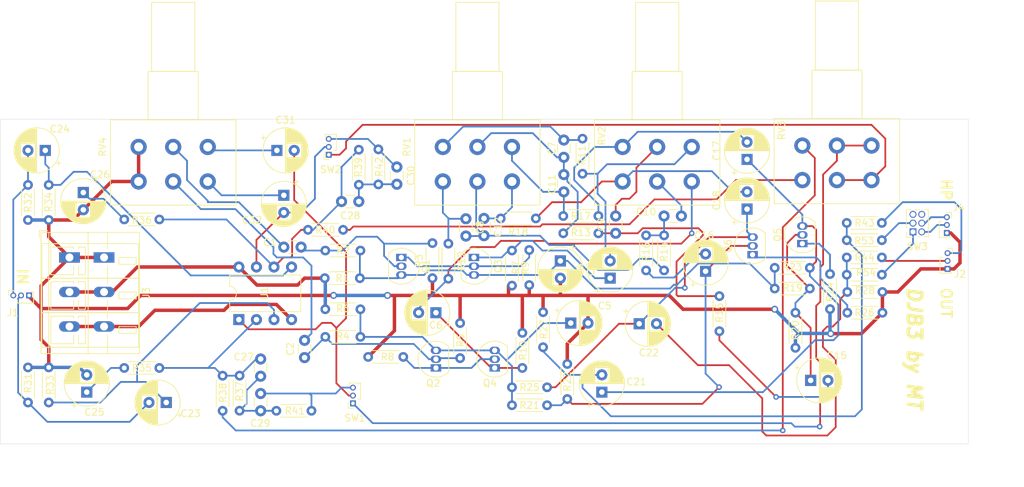
<source format=kicad_pcb>
(kicad_pcb (version 20171130) (host pcbnew "(5.1.6-0-10_14)")
  (layers (0 F.Cu signal) (31 B.Cu signal) (34 B.Paste user hide) (35 F.Paste user hide) (36 B.SilkS user hide) (37 F.SilkS user) (38 B.Mask user hide) (39 F.Mask user hide) (44 Edge.Cuts user))
  (net 0 "")
  (net 1 "Net-(C1-Pad1)")
  (net 2 "Net-(C1-Pad2)")
  (net 3 "Net-(C2-Pad2)")
  (net 4 "Net-(C2-Pad1)")
  (net 5 GND)
  (net 6 "Net-(C3-Pad1)")
  (net 7 "Net-(C4-Pad2)")
  (net 8 "Net-(C4-Pad1)")
  (net 9 "Net-(C5-Pad1)")
  (net 10 "Net-(C6-Pad2)")
  (net 11 "Net-(C6-Pad1)")
  (net 12 "Net-(C7-Pad1)")
  (net 13 "Net-(C11-Pad2)")
  (net 14 "Net-(C8-Pad1)")
  (net 15 "Net-(C12-Pad2)")
  (net 16 "Net-(C9-Pad1)")
  (net 17 "Net-(C9-Pad2)")
  (net 18 "Net-(C10-Pad1)")
  (net 19 "Net-(C10-Pad2)")
  (net 20 "Net-(C11-Pad1)")
  (net 21 "Net-(C12-Pad1)")
  (net 22 "Net-(C15-Pad1)")
  (net 23 "Net-(C15-Pad2)")
  (net 24 "Net-(C16-Pad2)")
  (net 25 "Net-(C16-Pad1)")
  (net 26 "Net-(C17-Pad1)")
  (net 27 "Net-(C17-Pad2)")
  (net 28 "Net-(C18-Pad1)")
  (net 29 "Net-(C18-Pad2)")
  (net 30 "Net-(C21-Pad2)")
  (net 31 "Net-(C22-Pad2)")
  (net 32 "Net-(C23-Pad1)")
  (net 33 "Net-(C23-Pad2)")
  (net 34 "Net-(C24-Pad2)")
  (net 35 "Net-(C24-Pad1)")
  (net 36 "Net-(C25-Pad1)")
  (net 37 "Net-(C26-Pad1)")
  (net 38 "Net-(C27-Pad2)")
  (net 39 "Net-(C27-Pad1)")
  (net 40 "Net-(C28-Pad1)")
  (net 41 "Net-(C28-Pad2)")
  (net 42 "Net-(C29-Pad1)")
  (net 43 "Net-(C30-Pad1)")
  (net 44 "Net-(C31-Pad2)")
  (net 45 "Net-(C31-Pad1)")
  (net 46 "Net-(C32-Pad1)")
  (net 47 "Net-(C32-Pad2)")
  (net 48 "Net-(J2-Pad2)")
  (net 49 "Net-(J2-Pad1)")
  (net 50 "Net-(Q1-Pad1)")
  (net 51 "Net-(Q2-Pad1)")
  (net 52 "Net-(Q5-Pad1)")
  (net 53 "Net-(Q6-Pad1)")
  (net 54 +15V)
  (net 55 -15V)
  (net 56 "Net-(R38-Pad1)")
  (net 57 "Net-(R40-Pad2)")
  (net 58 "Net-(RV3-Pad4)")
  (net 59 "Net-(RV3-Pad1)")
  (net 60 "Net-(J4-Pad2)")
  (net 61 "Net-(J4-Pad1)")
  (net 62 "Net-(R53-Pad1)")
  (net 63 "Net-(R54-Pad1)")
  (module Connector_PinSocket_1.27mm:PinSocket_2x03_P1.27mm_Vertical (layer F.Cu) (at 232 50.3 180)
    (fp_text reference SW3 (at -0.635 -2.135) (layer F.SilkS))
    (fp_text value SW_DPST)
    (pad 1 thru_hole rect (at 0 0 180) (size 1 1) (drill 0.7) (layers *.Cu *.Mask) (net 63 "Net-(R54-Pad1)"))
    (pad 2 thru_hole oval (at -1.27 0 180) (size 1 1) (drill 0.7) (layers *.Cu *.Mask) (net 60 "Net-(J4-Pad2)"))
    (pad 3 thru_hole oval (at 0 1.27 180) (size 1 1) (drill 0.7) (layers *.Cu *.Mask) (net 62 "Net-(R53-Pad1)"))
    (pad 4 thru_hole oval (at -1.27 1.27 180) (size 1 1) (drill 0.7) (layers *.Cu *.Mask) (net 61 "Net-(J4-Pad1)"))
    (pad 5 thru_hole oval (at 0 2.54 180) (size 1 1) (drill 0.7) (layers *.Cu *.Mask))
    (pad 6 thru_hole oval (at -1.27 2.54 180) (size 1 1) (drill 0.7) (layers *.Cu *.Mask))
  )
  (module Connector_PinSocket_1.00mm:PinSocket_1x03_P1.00mm_Vertical (layer F.Cu) (at 102 59.5 90)
    (fp_text reference J1 (at -2.5 -0.2 180) (layer F.SilkS))
    (fp_text value Conn_Coaxial_x2)
    (pad 1 thru_hole circle (at 0 -0.127 90) (size 0.85 0.85) (drill 0.5) (layers *.Cu *.Mask) (net 34 "Net-(C24-Pad2)"))
    (pad 2 thru_hole oval (at 0 1 90) (size 0.85 0.85) (drill 0.5) (layers *.Cu *.Mask) (net 33 "Net-(C23-Pad2)"))
    (pad 3 thru_hole rect (at 0 2.159 90) (size 0.85 0.85) (drill 0.5) (layers *.Cu *.Mask) (net 5 GND))
  )
  (module Connector_PinSocket_1.00mm:PinSocket_1x03_P1.00mm_Vertical (layer F.Cu) (at 147.5 39 180)
    (fp_text reference SW2 (at -0.29 -2.25 180) (layer F.SilkS))
    (fp_text value LINE/PHONO)
    (pad 3 thru_hole oval (at 0 2.159 180) (size 0.85 0.85) (drill 0.5) (layers *.Cu *.Mask) (net 43 "Net-(C30-Pad1)"))
    (pad 2 thru_hole oval (at 0 1 180) (size 0.85 0.85) (drill 0.5) (layers *.Cu *.Mask) (net 47 "Net-(C32-Pad2)"))
    (pad 1 thru_hole rect (at 0 -0.127 180) (size 0.85 0.85) (drill 0.5) (layers *.Cu *.Mask) (net 58 "Net-(RV3-Pad4)"))
  )
  (module Connector_PinSocket_1.00mm:PinSocket_1x03_P1.00mm_Vertical (layer F.Cu) (at 151 75 180)
    (fp_text reference SW1 (at -0.29 -2.25 180) (layer F.SilkS))
    (fp_text value LINE/PHONO)
    (pad 1 thru_hole rect (at 0 -0.127 180) (size 0.85 0.85) (drill 0.5) (layers *.Cu *.Mask) (net 59 "Net-(RV3-Pad1)"))
    (pad 2 thru_hole oval (at 0 1 180) (size 0.85 0.85) (drill 0.5) (layers *.Cu *.Mask) (net 44 "Net-(C31-Pad2)"))
    (pad 3 thru_hole oval (at 0 2.159 180) (size 0.85 0.85) (drill 0.5) (layers *.Cu *.Mask) (net 42 "Net-(C29-Pad1)"))
  )
  (module Connector_PinSocket_1.00mm:PinSocket_1x03_P1.00mm_Vertical (layer F.Cu) (at 237 53.5)
    (fp_text reference J2 (at 1.8 2.9) (layer F.SilkS))
    (fp_text value Conn_Coaxial_x2)
    (pad 3 thru_hole rect (at 0 2.159) (size 0.85 0.85) (drill 0.5) (layers *.Cu *.Mask) (net 5 GND))
    (pad 2 thru_hole oval (at 0 1) (size 0.85 0.85) (drill 0.5) (layers *.Cu *.Mask) (net 48 "Net-(J2-Pad2)"))
    (pad 1 thru_hole circle (at 0 -0.127) (size 0.85 0.85) (drill 0.5) (layers *.Cu *.Mask) (net 49 "Net-(J2-Pad1)"))
  )
  (module Connector_PinSocket_1.00mm:PinSocket_1x03_P1.00mm_Vertical (layer F.Cu) (at 236.9 48.3)
    (fp_text reference J4 (at 1.7 -1.5) (layer F.SilkS))
    (fp_text value Conn_Coaxial_x2)
    (pad 1 thru_hole circle (at 0 -0.127) (size 0.85 0.85) (drill 0.5) (layers *.Cu *.Mask) (net 61 "Net-(J4-Pad1)"))
    (pad 2 thru_hole oval (at 0 1) (size 0.85 0.85) (drill 0.5) (layers *.Cu *.Mask) (net 60 "Net-(J4-Pad2)"))
    (pad 3 thru_hole rect (at 0 2.159) (size 0.85 0.85) (drill 0.5) (layers *.Cu *.Mask) (net 5 GND))
  )
  (module Resistor_THT:R_Axial_DIN0204_L3.6mm_D1.6mm_P5.08mm_Horizontal (layer F.Cu) (at 227.5 49 180)
    (fp_text reference R43 (at 2.5 0) (layer F.SilkS))
    (fp_text value 22K)
    (pad 2 thru_hole oval (at 5.08 0 180) (size 1.4 1.4) (drill 0.7) (layers *.Cu *.Mask) (net 30 "Net-(C21-Pad2)"))
    (pad 1 thru_hole circle (at 0 0 180) (size 1.4 1.4) (drill 0.7) (layers *.Cu *.Mask) (net 49 "Net-(J2-Pad1)"))
  )
  (module Capacitor_THT:C_Disc_D3.0mm_W1.6mm_P2.50mm (layer F.Cu) (at 143.5 52.5 180)
    (fp_text reference C1 (at 4.5 0.7) (layer F.SilkS))
    (fp_text value 100n)
    (pad 1 thru_hole circle (at 0 0 180) (size 1.6 1.6) (drill 0.8) (layers *.Cu *.Mask) (net 1 "Net-(C1-Pad1)"))
    (pad 2 thru_hole circle (at 2.5 0 180) (size 1.6 1.6) (drill 0.8) (layers *.Cu *.Mask) (net 2 "Net-(C1-Pad2)"))
  )
  (module Capacitor_THT:C_Disc_D3.0mm_W1.6mm_P2.50mm (layer F.Cu) (at 144 68.5 90)
    (fp_text reference C2 (at 1.25 -2.05 90) (layer F.SilkS))
    (fp_text value 100n)
    (pad 2 thru_hole circle (at 2.5 0 90) (size 1.6 1.6) (drill 0.8) (layers *.Cu *.Mask) (net 3 "Net-(C2-Pad2)"))
    (pad 1 thru_hole circle (at 0 0 90) (size 1.6 1.6) (drill 0.8) (layers *.Cu *.Mask) (net 4 "Net-(C2-Pad1)"))
  )
  (module Capacitor_THT:CP_Radial_D6.3mm_P2.50mm (layer F.Cu) (at 181 54.5 270)
    (fp_text reference C3 (at 1.25 -4.4 90) (layer F.SilkS))
    (fp_text value 100u)
    (pad 2 thru_hole circle (at 2.5 0 270) (size 1.6 1.6) (drill 0.8) (layers *.Cu *.Mask) (net 5 GND))
    (pad 1 thru_hole rect (at 0 0 270) (size 1.6 1.6) (drill 0.8) (layers *.Cu *.Mask) (net 6 "Net-(C3-Pad1)"))
  )
  (module Capacitor_THT:CP_Radial_D6.3mm_P2.50mm (layer F.Cu) (at 188.2 57 90)
    (fp_text reference C4 (at 1.25 -4.4 90) (layer F.SilkS))
    (fp_text value 22u)
    (pad 2 thru_hole circle (at 2.5 0 90) (size 1.6 1.6) (drill 0.8) (layers *.Cu *.Mask) (net 7 "Net-(C4-Pad2)"))
    (pad 1 thru_hole rect (at 0 0 90) (size 1.6 1.6) (drill 0.8) (layers *.Cu *.Mask) (net 8 "Net-(C4-Pad1)"))
  )
  (module Capacitor_THT:CP_Radial_D6.3mm_P2.50mm (layer F.Cu) (at 182.5 63.5)
    (fp_text reference C5 (at 4.9 -2.5 180) (layer F.SilkS))
    (fp_text value 100u)
    (pad 2 thru_hole circle (at 2.5 0) (size 1.6 1.6) (drill 0.8) (layers *.Cu *.Mask) (net 5 GND))
    (pad 1 thru_hole rect (at 0 0) (size 1.6 1.6) (drill 0.8) (layers *.Cu *.Mask) (net 9 "Net-(C5-Pad1)"))
  )
  (module Capacitor_THT:CP_Radial_D6.3mm_P2.50mm (layer F.Cu) (at 163 62 180)
    (fp_text reference C6 (at 0 -1.8) (layer F.SilkS))
    (fp_text value 22u)
    (pad 2 thru_hole circle (at 2.5 0 180) (size 1.6 1.6) (drill 0.8) (layers *.Cu *.Mask) (net 10 "Net-(C6-Pad2)"))
    (pad 1 thru_hole rect (at 0 0 180) (size 1.6 1.6) (drill 0.8) (layers *.Cu *.Mask) (net 11 "Net-(C6-Pad1)"))
  )
  (module Capacitor_THT:C_Disc_D3.0mm_W1.6mm_P2.50mm (layer F.Cu) (at 181.5 37 270)
    (fp_text reference C7 (at 1.2 1.7 90) (layer F.SilkS))
    (fp_text value 100n)
    (pad 1 thru_hole circle (at 0 0 270) (size 1.6 1.6) (drill 0.8) (layers *.Cu *.Mask) (net 12 "Net-(C7-Pad1)"))
    (pad 2 thru_hole circle (at 2.5 0 270) (size 1.6 1.6) (drill 0.8) (layers *.Cu *.Mask) (net 13 "Net-(C11-Pad2)"))
  )
  (module Capacitor_THT:C_Disc_D3.0mm_W1.6mm_P2.50mm (layer F.Cu) (at 167.334999 48.4 270)
    (fp_text reference C8 (at 1.25 -2.05 90) (layer F.SilkS))
    (fp_text value 100n)
    (pad 1 thru_hole circle (at 0 0 270) (size 1.6 1.6) (drill 0.8) (layers *.Cu *.Mask) (net 14 "Net-(C8-Pad1)"))
    (pad 2 thru_hole circle (at 2.5 0 270) (size 1.6 1.6) (drill 0.8) (layers *.Cu *.Mask) (net 15 "Net-(C12-Pad2)"))
  )
  (module Capacitor_THT:C_Disc_D3.0mm_W1.6mm_P2.50mm (layer F.Cu) (at 189 50.5 90)
    (fp_text reference C9 (at 1.25 -2.05 90) (layer F.SilkS))
    (fp_text value 10n)
    (pad 1 thru_hole circle (at 0 0 90) (size 1.6 1.6) (drill 0.8) (layers *.Cu *.Mask) (net 16 "Net-(C9-Pad1)"))
    (pad 2 thru_hole circle (at 2.5 0 90) (size 1.6 1.6) (drill 0.8) (layers *.Cu *.Mask) (net 17 "Net-(C9-Pad2)"))
  )
  (module Capacitor_THT:C_Disc_D3.0mm_W1.6mm_P2.50mm (layer F.Cu) (at 196 48)
    (fp_text reference C10 (at -2.6 -0.6) (layer F.SilkS))
    (fp_text value 10n)
    (pad 1 thru_hole circle (at 0 0) (size 1.6 1.6) (drill 0.8) (layers *.Cu *.Mask) (net 18 "Net-(C10-Pad1)"))
    (pad 2 thru_hole circle (at 2.5 0) (size 1.6 1.6) (drill 0.8) (layers *.Cu *.Mask) (net 19 "Net-(C10-Pad2)"))
  )
  (module Capacitor_THT:C_Disc_D3.0mm_W1.6mm_P2.50mm (layer F.Cu) (at 181.5 44.5 90)
    (fp_text reference C11 (at 1.1 -1.7 90) (layer F.SilkS))
    (fp_text value 100n)
    (pad 2 thru_hole circle (at 2.5 0 90) (size 1.6 1.6) (drill 0.8) (layers *.Cu *.Mask) (net 13 "Net-(C11-Pad2)"))
    (pad 1 thru_hole circle (at 0 0 90) (size 1.6 1.6) (drill 0.8) (layers *.Cu *.Mask) (net 20 "Net-(C11-Pad1)"))
  )
  (module Capacitor_THT:C_Disc_D3.0mm_W1.6mm_P2.50mm (layer F.Cu) (at 169.95 48.35 270)
    (fp_text reference C12 (at 1.25 -2.05 90) (layer F.SilkS))
    (fp_text value 100n)
    (pad 2 thru_hole circle (at 2.5 0 270) (size 1.6 1.6) (drill 0.8) (layers *.Cu *.Mask) (net 15 "Net-(C12-Pad2)"))
    (pad 1 thru_hole circle (at 0 0 270) (size 1.6 1.6) (drill 0.8) (layers *.Cu *.Mask) (net 21 "Net-(C12-Pad1)"))
  )
  (module Capacitor_THT:CP_Radial_D6.3mm_P2.50mm (layer F.Cu) (at 217.2 71.8)
    (fp_text reference C15 (at 3.8 -3.6) (layer F.SilkS))
    (fp_text value 22u)
    (pad 1 thru_hole rect (at 0 0) (size 1.6 1.6) (drill 0.8) (layers *.Cu *.Mask) (net 22 "Net-(C15-Pad1)"))
    (pad 2 thru_hole circle (at 2.5 0) (size 1.6 1.6) (drill 0.8) (layers *.Cu *.Mask) (net 23 "Net-(C15-Pad2)"))
  )
  (module Capacitor_THT:CP_Radial_D6.3mm_P2.50mm (layer F.Cu) (at 202 56 90)
    (fp_text reference C16 (at 5.2 -0.2 180) (layer F.SilkS))
    (fp_text value 22u)
    (pad 2 thru_hole circle (at 2.5 0 90) (size 1.6 1.6) (drill 0.8) (layers *.Cu *.Mask) (net 24 "Net-(C16-Pad2)"))
    (pad 1 thru_hole rect (at 0 0 90) (size 1.6 1.6) (drill 0.8) (layers *.Cu *.Mask) (net 25 "Net-(C16-Pad1)"))
  )
  (module Capacitor_THT:CP_Radial_D6.3mm_P2.50mm (layer F.Cu) (at 208 39.8 90)
    (fp_text reference C17 (at 1.25 -4.4 90) (layer F.SilkS))
    (fp_text value 4u7)
    (pad 1 thru_hole rect (at 0 0 90) (size 1.6 1.6) (drill 0.8) (layers *.Cu *.Mask) (net 26 "Net-(C17-Pad1)"))
    (pad 2 thru_hole circle (at 2.5 0 90) (size 1.6 1.6) (drill 0.8) (layers *.Cu *.Mask) (net 27 "Net-(C17-Pad2)"))
  )
  (module Capacitor_THT:CP_Radial_D6.3mm_P2.50mm (layer F.Cu) (at 208 47 90)
    (fp_text reference C18 (at 1.25 -4.4 90) (layer F.SilkS))
    (fp_text value 4u7)
    (pad 1 thru_hole rect (at 0 0 90) (size 1.6 1.6) (drill 0.8) (layers *.Cu *.Mask) (net 28 "Net-(C18-Pad1)"))
    (pad 2 thru_hole circle (at 2.5 0 90) (size 1.6 1.6) (drill 0.8) (layers *.Cu *.Mask) (net 29 "Net-(C18-Pad2)"))
  )
  (module Capacitor_THT:CP_Radial_D6.3mm_P2.50mm (layer F.Cu) (at 187 73.5 90)
    (fp_text reference C21 (at 1.5 5 180) (layer F.SilkS))
    (fp_text value 22u)
    (pad 1 thru_hole rect (at 0 0 90) (size 1.6 1.6) (drill 0.8) (layers *.Cu *.Mask) (net 26 "Net-(C17-Pad1)"))
    (pad 2 thru_hole circle (at 2.5 0 90) (size 1.6 1.6) (drill 0.8) (layers *.Cu *.Mask) (net 30 "Net-(C21-Pad2)"))
  )
  (module Capacitor_THT:CP_Radial_D6.3mm_P2.50mm (layer F.Cu) (at 192.4 63.6)
    (fp_text reference C22 (at 1.4 4.2) (layer F.SilkS))
    (fp_text value 22u)
    (pad 1 thru_hole rect (at 0 0) (size 1.6 1.6) (drill 0.8) (layers *.Cu *.Mask) (net 28 "Net-(C18-Pad1)"))
    (pad 2 thru_hole circle (at 2.5 0) (size 1.6 1.6) (drill 0.8) (layers *.Cu *.Mask) (net 31 "Net-(C22-Pad2)"))
  )
  (module Capacitor_THT:CP_Radial_D6.3mm_P2.50mm (layer F.Cu) (at 124 75 180)
    (fp_text reference C23 (at -3.5 -1.6 180) (layer F.SilkS))
    (fp_text value 220n)
    (pad 1 thru_hole rect (at 0 0 180) (size 1.6 1.6) (drill 0.8) (layers *.Cu *.Mask) (net 32 "Net-(C23-Pad1)"))
    (pad 2 thru_hole circle (at 2.5 0 180) (size 1.6 1.6) (drill 0.8) (layers *.Cu *.Mask) (net 33 "Net-(C23-Pad2)"))
  )
  (module Capacitor_THT:CP_Radial_D6.3mm_P2.50mm (layer F.Cu) (at 106.5 38.5 180)
    (fp_text reference C24 (at -2.1 3.1) (layer F.SilkS))
    (fp_text value 220n)
    (pad 2 thru_hole circle (at 2.5 0 180) (size 1.6 1.6) (drill 0.8) (layers *.Cu *.Mask) (net 34 "Net-(C24-Pad2)"))
    (pad 1 thru_hole rect (at 0 0 180) (size 1.6 1.6) (drill 0.8) (layers *.Cu *.Mask) (net 35 "Net-(C24-Pad1)"))
  )
  (module Capacitor_THT:CP_Radial_D6.3mm_P2.50mm (layer F.Cu) (at 112.5 73.5 90)
    (fp_text reference C25 (at -2.9 1.1 180) (layer F.SilkS))
    (fp_text value 47u)
    (pad 1 thru_hole rect (at 0 0 90) (size 1.6 1.6) (drill 0.8) (layers *.Cu *.Mask) (net 36 "Net-(C25-Pad1)"))
    (pad 2 thru_hole circle (at 2.5 0 90) (size 1.6 1.6) (drill 0.8) (layers *.Cu *.Mask) (net 5 GND))
  )
  (module Capacitor_THT:CP_Radial_D6.3mm_P2.50mm (layer F.Cu) (at 112 44.6 270)
    (fp_text reference C26 (at -2.6 -2.4 180) (layer F.SilkS))
    (fp_text value 47u)
    (pad 2 thru_hole circle (at 2.5 0 270) (size 1.6 1.6) (drill 0.8) (layers *.Cu *.Mask) (net 5 GND))
    (pad 1 thru_hole rect (at 0 0 270) (size 1.6 1.6) (drill 0.8) (layers *.Cu *.Mask) (net 37 "Net-(C26-Pad1)"))
  )
  (module Capacitor_THT:C_Disc_D3.0mm_W1.6mm_P2.50mm (layer F.Cu) (at 137.65 71.2 90)
    (fp_text reference C27 (at 2.8 -2.45 180) (layer F.SilkS))
    (fp_text value 750p)
    (pad 2 thru_hole circle (at 2.5 0 90) (size 1.6 1.6) (drill 0.8) (layers *.Cu *.Mask) (net 38 "Net-(C27-Pad2)"))
    (pad 1 thru_hole circle (at 0 0 90) (size 1.6 1.6) (drill 0.8) (layers *.Cu *.Mask) (net 39 "Net-(C27-Pad1)"))
  )
  (module Capacitor_THT:C_Disc_D3.0mm_W1.6mm_P2.50mm (layer F.Cu) (at 151.85 45.9 180)
    (fp_text reference C28 (at 1.25 -2.05) (layer F.SilkS))
    (fp_text value 750p)
    (pad 1 thru_hole circle (at 0 0 180) (size 1.6 1.6) (drill 0.8) (layers *.Cu *.Mask) (net 40 "Net-(C28-Pad1)"))
    (pad 2 thru_hole circle (at 2.5 0 180) (size 1.6 1.6) (drill 0.8) (layers *.Cu *.Mask) (net 41 "Net-(C28-Pad2)"))
  )
  (module Capacitor_THT:C_Disc_D3.0mm_W1.6mm_P2.50mm (layer F.Cu) (at 137.65 73.7 270)
    (fp_text reference C29 (at 4.3 0.05 180) (layer F.SilkS))
    (fp_text value 3n)
    (pad 1 thru_hole circle (at 0 0 270) (size 1.6 1.6) (drill 0.8) (layers *.Cu *.Mask) (net 42 "Net-(C29-Pad1)"))
    (pad 2 thru_hole circle (at 2.5 0 270) (size 1.6 1.6) (drill 0.8) (layers *.Cu *.Mask) (net 39 "Net-(C27-Pad1)"))
  )
  (module Capacitor_THT:C_Disc_D3.0mm_W1.6mm_P2.50mm (layer F.Cu) (at 157.35 40.9 270)
    (fp_text reference C30 (at 1.25 -2.05 90) (layer F.SilkS))
    (fp_text value 3n)
    (pad 2 thru_hole circle (at 2.5 0 270) (size 1.6 1.6) (drill 0.8) (layers *.Cu *.Mask) (net 40 "Net-(C28-Pad1)"))
    (pad 1 thru_hole circle (at 0 0 270) (size 1.6 1.6) (drill 0.8) (layers *.Cu *.Mask) (net 43 "Net-(C30-Pad1)"))
  )
  (module Capacitor_THT:CP_Radial_D6.3mm_P2.50mm (layer F.Cu) (at 140 38.5)
    (fp_text reference C31 (at 1.25 -4.4) (layer F.SilkS))
    (fp_text value 10u)
    (pad 2 thru_hole circle (at 2.5 0) (size 1.6 1.6) (drill 0.8) (layers *.Cu *.Mask) (net 44 "Net-(C31-Pad2)"))
    (pad 1 thru_hole rect (at 0 0) (size 1.6 1.6) (drill 0.8) (layers *.Cu *.Mask) (net 45 "Net-(C31-Pad1)"))
  )
  (module Capacitor_THT:CP_Radial_D6.3mm_P2.50mm (layer F.Cu) (at 141 45 270)
    (fp_text reference C32 (at 3.6 4.6 180) (layer F.SilkS))
    (fp_text value 10u)
    (pad 1 thru_hole rect (at 0 0 270) (size 1.6 1.6) (drill 0.8) (layers *.Cu *.Mask) (net 46 "Net-(C32-Pad1)"))
    (pad 2 thru_hole circle (at 2.5 0 270) (size 1.6 1.6) (drill 0.8) (layers *.Cu *.Mask) (net 47 "Net-(C32-Pad2)"))
  )
  (module Package_TO_SOT_THT:TO-92_Inline (layer F.Cu) (at 158 54 270)
    (fp_text reference Q1 (at 1.27 -3.56 90) (layer F.SilkS))
    (fp_text value BC107)
    (pad 1 thru_hole rect (at 0 0 270) (size 1.05 1.5) (drill 0.75) (layers *.Cu *.Mask) (net 50 "Net-(Q1-Pad1)"))
    (pad 3 thru_hole oval (at 2.54 0 270) (size 1.05 1.5) (drill 0.75) (layers *.Cu *.Mask) (net 6 "Net-(C3-Pad1)"))
    (pad 2 thru_hole oval (at 1.27 0 270) (size 1.05 1.5) (drill 0.75) (layers *.Cu *.Mask) (net 1 "Net-(C1-Pad1)"))
  )
  (module Package_TO_SOT_THT:TO-92_Inline (layer F.Cu) (at 163 70 90)
    (fp_text reference Q2 (at -2.2 -0.4 180) (layer F.SilkS))
    (fp_text value BC107)
    (pad 2 thru_hole oval (at 1.27 0 90) (size 1.05 1.5) (drill 0.75) (layers *.Cu *.Mask) (net 4 "Net-(C2-Pad1)"))
    (pad 3 thru_hole oval (at 2.54 0 90) (size 1.05 1.5) (drill 0.75) (layers *.Cu *.Mask) (net 9 "Net-(C5-Pad1)"))
    (pad 1 thru_hole rect (at 0 0 90) (size 1.05 1.5) (drill 0.75) (layers *.Cu *.Mask) (net 51 "Net-(Q2-Pad1)"))
  )
  (module Package_TO_SOT_THT:TO-92_Inline (layer F.Cu) (at 168.5 54 270)
    (fp_text reference Q3 (at 1.27 -3.56 90) (layer F.SilkS))
    (fp_text value BC107)
    (pad 2 thru_hole oval (at 1.27 0 270) (size 1.05 1.5) (drill 0.75) (layers *.Cu *.Mask) (net 50 "Net-(Q1-Pad1)"))
    (pad 3 thru_hole oval (at 2.54 0 270) (size 1.05 1.5) (drill 0.75) (layers *.Cu *.Mask) (net 6 "Net-(C3-Pad1)"))
    (pad 1 thru_hole rect (at 0 0 270) (size 1.05 1.5) (drill 0.75) (layers *.Cu *.Mask) (net 8 "Net-(C4-Pad1)"))
  )
  (module Package_TO_SOT_THT:TO-92_Inline (layer F.Cu) (at 171.5 70 90)
    (fp_text reference Q4 (at -2.2 -0.7 180) (layer F.SilkS))
    (fp_text value BC107)
    (pad 1 thru_hole rect (at 0 0 90) (size 1.05 1.5) (drill 0.75) (layers *.Cu *.Mask) (net 11 "Net-(C6-Pad1)"))
    (pad 3 thru_hole oval (at 2.54 0 90) (size 1.05 1.5) (drill 0.75) (layers *.Cu *.Mask) (net 9 "Net-(C5-Pad1)"))
    (pad 2 thru_hole oval (at 1.27 0 90) (size 1.05 1.5) (drill 0.75) (layers *.Cu *.Mask) (net 51 "Net-(Q2-Pad1)"))
  )
  (module Package_TO_SOT_THT:TO-92_Inline (layer F.Cu) (at 216 52 90)
    (fp_text reference Q5 (at 1.27 -3.56 90) (layer F.SilkS))
    (fp_text value BC107)
    (pad 1 thru_hole rect (at 0 0 90) (size 1.05 1.5) (drill 0.75) (layers *.Cu *.Mask) (net 52 "Net-(Q5-Pad1)"))
    (pad 3 thru_hole oval (at 2.54 0 90) (size 1.05 1.5) (drill 0.75) (layers *.Cu *.Mask) (net 26 "Net-(C17-Pad1)"))
    (pad 2 thru_hole oval (at 1.27 0 90) (size 1.05 1.5) (drill 0.75) (layers *.Cu *.Mask) (net 22 "Net-(C15-Pad1)"))
  )
  (module Package_TO_SOT_THT:TO-92_Inline (layer F.Cu) (at 208.8 53.6 90)
    (fp_text reference Q6 (at 1.27 -3.56 90) (layer F.SilkS))
    (fp_text value BC107)
    (pad 2 thru_hole oval (at 1.27 0 90) (size 1.05 1.5) (drill 0.75) (layers *.Cu *.Mask) (net 25 "Net-(C16-Pad1)"))
    (pad 3 thru_hole oval (at 2.54 0 90) (size 1.05 1.5) (drill 0.75) (layers *.Cu *.Mask) (net 28 "Net-(C18-Pad1)"))
    (pad 1 thru_hole rect (at 0 0 90) (size 1.05 1.5) (drill 0.75) (layers *.Cu *.Mask) (net 53 "Net-(Q6-Pad1)"))
  )
  (module Resistor_THT:R_Axial_DIN0204_L3.6mm_D1.6mm_P5.08mm_Horizontal (layer F.Cu) (at 152 57 180)
    (fp_text reference R1 (at 2.54 0) (layer F.SilkS))
    (fp_text value 100)
    (pad 1 thru_hole circle (at 0 0 180) (size 1.4 1.4) (drill 0.7) (layers *.Cu *.Mask) (net 6 "Net-(C3-Pad1)"))
    (pad 2 thru_hole oval (at 5.08 0 180) (size 1.4 1.4) (drill 0.7) (layers *.Cu *.Mask) (net 54 +15V))
  )
  (module Resistor_THT:R_Axial_DIN0204_L3.6mm_D1.6mm_P5.08mm_Horizontal (layer F.Cu) (at 147 53)
    (fp_text reference R2 (at 2.54 0) (layer F.SilkS))
    (fp_text value 100K)
    (pad 2 thru_hole oval (at 5.08 0) (size 1.4 1.4) (drill 0.7) (layers *.Cu *.Mask) (net 6 "Net-(C3-Pad1)"))
    (pad 1 thru_hole circle (at 0 0) (size 1.4 1.4) (drill 0.7) (layers *.Cu *.Mask) (net 1 "Net-(C1-Pad1)"))
  )
  (module Resistor_THT:R_Axial_DIN0204_L3.6mm_D1.6mm_P5.08mm_Horizontal (layer F.Cu) (at 162.5 57 90)
    (fp_text reference R3 (at 2.54 -1.92 90) (layer F.SilkS))
    (fp_text value 120K)
    (pad 1 thru_hole circle (at 0 0 90) (size 1.4 1.4) (drill 0.7) (layers *.Cu *.Mask) (net 5 GND))
    (pad 2 thru_hole oval (at 5.08 0 90) (size 1.4 1.4) (drill 0.7) (layers *.Cu *.Mask) (net 1 "Net-(C1-Pad1)"))
  )
  (module Resistor_THT:R_Axial_DIN0204_L3.6mm_D1.6mm_P5.08mm_Horizontal (layer F.Cu) (at 147 65.5)
    (fp_text reference R4 (at 2.54 -0.1) (layer F.SilkS))
    (fp_text value 100K)
    (pad 1 thru_hole circle (at 0 0) (size 1.4 1.4) (drill 0.7) (layers *.Cu *.Mask) (net 4 "Net-(C2-Pad1)"))
    (pad 2 thru_hole oval (at 5.08 0) (size 1.4 1.4) (drill 0.7) (layers *.Cu *.Mask) (net 9 "Net-(C5-Pad1)"))
  )
  (module Resistor_THT:R_Axial_DIN0204_L3.6mm_D1.6mm_P5.08mm_Horizontal (layer F.Cu) (at 166.5 63.5 270)
    (fp_text reference R5 (at 2.5 -0.1 90) (layer F.SilkS))
    (fp_text value 120K)
    (pad 1 thru_hole circle (at 0 0 270) (size 1.4 1.4) (drill 0.7) (layers *.Cu *.Mask) (net 5 GND))
    (pad 2 thru_hole oval (at 5.08 0 270) (size 1.4 1.4) (drill 0.7) (layers *.Cu *.Mask) (net 4 "Net-(C2-Pad1)"))
  )
  (module Resistor_THT:R_Axial_DIN0204_L3.6mm_D1.6mm_P5.08mm_Horizontal (layer F.Cu) (at 147 61.5)
    (fp_text reference R6 (at 2.54 -0.1) (layer F.SilkS))
    (fp_text value 100)
    (pad 2 thru_hole oval (at 5.08 0) (size 1.4 1.4) (drill 0.7) (layers *.Cu *.Mask) (net 9 "Net-(C5-Pad1)"))
    (pad 1 thru_hole circle (at 0 0) (size 1.4 1.4) (drill 0.7) (layers *.Cu *.Mask) (net 54 +15V))
  )
  (module Resistor_THT:R_Axial_DIN0204_L3.6mm_D1.6mm_P5.08mm_Horizontal (layer F.Cu) (at 176.5 58 90)
    (fp_text reference R7 (at 2.54 -1.92 90) (layer F.SilkS))
    (fp_text value 12K)
    (pad 2 thru_hole oval (at 5.08 0 90) (size 1.4 1.4) (drill 0.7) (layers *.Cu *.Mask) (net 50 "Net-(Q1-Pad1)"))
    (pad 1 thru_hole circle (at 0 0 90) (size 1.4 1.4) (drill 0.7) (layers *.Cu *.Mask) (net 5 GND))
  )
  (module Resistor_THT:R_Axial_DIN0204_L3.6mm_D1.6mm_P5.08mm_Horizontal (layer F.Cu) (at 153.2 68.4)
    (fp_text reference R8 (at 2.8 0) (layer F.SilkS))
    (fp_text value 12K)
    (pad 2 thru_hole oval (at 5.08 0) (size 1.4 1.4) (drill 0.7) (layers *.Cu *.Mask) (net 51 "Net-(Q2-Pad1)"))
    (pad 1 thru_hole circle (at 0 0) (size 1.4 1.4) (drill 0.7) (layers *.Cu *.Mask) (net 5 GND))
  )
  (module Resistor_THT:R_Axial_DIN0204_L3.6mm_D1.6mm_P5.08mm_Horizontal (layer F.Cu) (at 174 53 270)
    (fp_text reference R9 (at 2.54 -1.92 90) (layer F.SilkS))
    (fp_text value 470)
    (pad 1 thru_hole circle (at 0 0 270) (size 1.4 1.4) (drill 0.7) (layers *.Cu *.Mask) (net 8 "Net-(C4-Pad1)"))
    (pad 2 thru_hole oval (at 5.08 0 270) (size 1.4 1.4) (drill 0.7) (layers *.Cu *.Mask) (net 5 GND))
  )
  (module Resistor_THT:R_Axial_DIN0204_L3.6mm_D1.6mm_P5.08mm_Horizontal (layer F.Cu) (at 175.5 70 90)
    (fp_text reference R10 (at 2.54 0.1 90) (layer F.SilkS))
    (fp_text value 470)
    (pad 1 thru_hole circle (at 0 0 90) (size 1.4 1.4) (drill 0.7) (layers *.Cu *.Mask) (net 11 "Net-(C6-Pad1)"))
    (pad 2 thru_hole oval (at 5.08 0 90) (size 1.4 1.4) (drill 0.7) (layers *.Cu *.Mask) (net 5 GND))
  )
  (module Resistor_THT:R_Axial_DIN0204_L3.6mm_D1.6mm_P5.08mm_Horizontal (layer F.Cu) (at 184.2 36.8 270)
    (fp_text reference R11 (at 2.4 0.05 270) (layer F.SilkS))
    (fp_text value 3K3)
    (pad 2 thru_hole oval (at 5.08 0 270) (size 1.4 1.4) (drill 0.7) (layers *.Cu *.Mask) (net 7 "Net-(C4-Pad2)"))
    (pad 1 thru_hole circle (at 0 0 270) (size 1.4 1.4) (drill 0.7) (layers *.Cu *.Mask) (net 12 "Net-(C7-Pad1)"))
  )
  (module Resistor_THT:R_Axial_DIN0204_L3.6mm_D1.6mm_P5.08mm_Horizontal (layer F.Cu) (at 164.8 52 270)
    (fp_text reference R12 (at 2.54 -1.92 90) (layer F.SilkS))
    (fp_text value 3K3)
    (pad 2 thru_hole oval (at 5.08 0 270) (size 1.4 1.4) (drill 0.7) (layers *.Cu *.Mask) (net 10 "Net-(C6-Pad2)"))
    (pad 1 thru_hole circle (at 0 0 270) (size 1.4 1.4) (drill 0.7) (layers *.Cu *.Mask) (net 14 "Net-(C8-Pad1)"))
  )
  (module Resistor_THT:R_Axial_DIN0204_L3.6mm_D1.6mm_P5.08mm_Horizontal (layer F.Cu) (at 186.5 50.5 180)
    (fp_text reference R13 (at 2.54 0.1) (layer F.SilkS))
    (fp_text value 3K3)
    (pad 2 thru_hole oval (at 5.08 0 180) (size 1.4 1.4) (drill 0.7) (layers *.Cu *.Mask) (net 13 "Net-(C11-Pad2)"))
    (pad 1 thru_hole circle (at 0 0 180) (size 1.4 1.4) (drill 0.7) (layers *.Cu *.Mask) (net 16 "Net-(C9-Pad1)"))
  )
  (module Resistor_THT:R_Axial_DIN0204_L3.6mm_D1.6mm_P5.08mm_Horizontal (layer F.Cu) (at 196 50.8 270)
    (fp_text reference R14 (at 2.4 0 90) (layer F.SilkS))
    (fp_text value 3K3)
    (pad 1 thru_hole circle (at 0 0 270) (size 1.4 1.4) (drill 0.7) (layers *.Cu *.Mask) (net 18 "Net-(C10-Pad1)"))
    (pad 2 thru_hole oval (at 5.08 0 270) (size 1.4 1.4) (drill 0.7) (layers *.Cu *.Mask) (net 15 "Net-(C12-Pad2)"))
  )
  (module Resistor_THT:R_Axial_DIN0204_L3.6mm_D1.6mm_P5.08mm_Horizontal (layer F.Cu) (at 204 59.6 270)
    (fp_text reference R15 (at 2.4 0 90) (layer F.SilkS))
    (fp_text value 820)
    (pad 1 thru_hole circle (at 0 0 270) (size 1.4 1.4) (drill 0.7) (layers *.Cu *.Mask) (net 16 "Net-(C9-Pad1)"))
    (pad 2 thru_hole oval (at 5.08 0 270) (size 1.4 1.4) (drill 0.7) (layers *.Cu *.Mask) (net 23 "Net-(C15-Pad2)"))
  )
  (module Resistor_THT:R_Axial_DIN0204_L3.6mm_D1.6mm_P5.08mm_Horizontal (layer F.Cu) (at 193.4 50.8 270)
    (fp_text reference R16 (at 2.4 0 90) (layer F.SilkS))
    (fp_text value 820)
    (pad 1 thru_hole circle (at 0 0 270) (size 1.4 1.4) (drill 0.7) (layers *.Cu *.Mask) (net 18 "Net-(C10-Pad1)"))
    (pad 2 thru_hole oval (at 5.08 0 270) (size 1.4 1.4) (drill 0.7) (layers *.Cu *.Mask) (net 24 "Net-(C16-Pad2)"))
  )
  (module Resistor_THT:R_Axial_DIN0204_L3.6mm_D1.6mm_P5.08mm_Horizontal (layer F.Cu) (at 186.5 48 180)
    (fp_text reference R17 (at 2.54 0) (layer F.SilkS))
    (fp_text value 3K3)
    (pad 1 thru_hole circle (at 0 0 180) (size 1.4 1.4) (drill 0.7) (layers *.Cu *.Mask) (net 27 "Net-(C17-Pad2)"))
    (pad 2 thru_hole oval (at 5.08 0 180) (size 1.4 1.4) (drill 0.7) (layers *.Cu *.Mask) (net 20 "Net-(C11-Pad1)"))
  )
  (module Resistor_THT:R_Axial_DIN0204_L3.6mm_D1.6mm_P5.08mm_Horizontal (layer F.Cu) (at 177.45 48.35 180)
    (fp_text reference R18 (at 2.54 -1.92) (layer F.SilkS))
    (fp_text value 3K3)
    (pad 1 thru_hole circle (at 0 0 180) (size 1.4 1.4) (drill 0.7) (layers *.Cu *.Mask) (net 29 "Net-(C18-Pad2)"))
    (pad 2 thru_hole oval (at 5.08 0 180) (size 1.4 1.4) (drill 0.7) (layers *.Cu *.Mask) (net 21 "Net-(C12-Pad1)"))
  )
  (module Resistor_THT:R_Axial_DIN0204_L3.6mm_D1.6mm_P5.08mm_Horizontal (layer F.Cu) (at 212 58.5)
    (fp_text reference R19 (at 2.6 -0.1) (layer F.SilkS))
    (fp_text value 100K)
    (pad 2 thru_hole oval (at 5.08 0) (size 1.4 1.4) (drill 0.7) (layers *.Cu *.Mask) (net 22 "Net-(C15-Pad1)"))
    (pad 1 thru_hole circle (at 0 0) (size 1.4 1.4) (drill 0.7) (layers *.Cu *.Mask) (net 6 "Net-(C3-Pad1)"))
  )
  (module Resistor_THT:R_Axial_DIN0204_L3.6mm_D1.6mm_P5.08mm_Horizontal (layer F.Cu) (at 215 62 270)
    (fp_text reference R20 (at 2.54 0 90) (layer F.SilkS))
    (fp_text value 12K)
    (pad 2 thru_hole oval (at 5.08 0 270) (size 1.4 1.4) (drill 0.7) (layers *.Cu *.Mask) (net 5 GND))
    (pad 1 thru_hole circle (at 0 0 270) (size 1.4 1.4) (drill 0.7) (layers *.Cu *.Mask) (net 22 "Net-(C15-Pad1)"))
  )
  (module Resistor_THT:R_Axial_DIN0204_L3.6mm_D1.6mm_P5.08mm_Horizontal (layer F.Cu) (at 174 75.4)
    (fp_text reference R21 (at 2.54 0) (layer F.SilkS))
    (fp_text value 100K)
    (pad 1 thru_hole circle (at 0 0) (size 1.4 1.4) (drill 0.7) (layers *.Cu *.Mask) (net 9 "Net-(C5-Pad1)"))
    (pad 2 thru_hole oval (at 5.08 0) (size 1.4 1.4) (drill 0.7) (layers *.Cu *.Mask) (net 25 "Net-(C16-Pad1)"))
  )
  (module Resistor_THT:R_Axial_DIN0204_L3.6mm_D1.6mm_P5.08mm_Horizontal (layer F.Cu) (at 182 74.5 90)
    (fp_text reference R22 (at 2.54 0 90) (layer F.SilkS))
    (fp_text value 12K)
    (pad 1 thru_hole circle (at 0 0 90) (size 1.4 1.4) (drill 0.7) (layers *.Cu *.Mask) (net 25 "Net-(C16-Pad1)"))
    (pad 2 thru_hole oval (at 5.08 0 90) (size 1.4 1.4) (drill 0.7) (layers *.Cu *.Mask) (net 5 GND))
  )
  (module Resistor_THT:R_Axial_DIN0204_L3.6mm_D1.6mm_P5.08mm_Horizontal (layer F.Cu) (at 212 55.5)
    (fp_text reference R23 (at 2.54 -0.1) (layer F.SilkS))
    (fp_text value 1K5)
    (pad 2 thru_hole oval (at 5.08 0) (size 1.4 1.4) (drill 0.7) (layers *.Cu *.Mask) (net 26 "Net-(C17-Pad1)"))
    (pad 1 thru_hole circle (at 0 0) (size 1.4 1.4) (drill 0.7) (layers *.Cu *.Mask) (net 6 "Net-(C3-Pad1)"))
  )
  (module Resistor_THT:R_Axial_DIN0204_L3.6mm_D1.6mm_P5.08mm_Horizontal (layer F.Cu) (at 220 56.4 270)
    (fp_text reference R24 (at 2.6 0 90) (layer F.SilkS))
    (fp_text value 150)
    (pad 1 thru_hole circle (at 0 0 270) (size 1.4 1.4) (drill 0.7) (layers *.Cu *.Mask) (net 52 "Net-(Q5-Pad1)"))
    (pad 2 thru_hole oval (at 5.08 0 270) (size 1.4 1.4) (drill 0.7) (layers *.Cu *.Mask) (net 5 GND))
  )
  (module Resistor_THT:R_Axial_DIN0204_L3.6mm_D1.6mm_P5.08mm_Horizontal (layer F.Cu) (at 174 72.8)
    (fp_text reference R25 (at 2.54 0) (layer F.SilkS))
    (fp_text value 1K5)
    (pad 2 thru_hole oval (at 5.08 0) (size 1.4 1.4) (drill 0.7) (layers *.Cu *.Mask) (net 28 "Net-(C18-Pad1)"))
    (pad 1 thru_hole circle (at 0 0) (size 1.4 1.4) (drill 0.7) (layers *.Cu *.Mask) (net 9 "Net-(C5-Pad1)"))
  )
  (module Resistor_THT:R_Axial_DIN0204_L3.6mm_D1.6mm_P5.08mm_Horizontal (layer F.Cu) (at 222.5 62)
    (fp_text reference R26 (at 2.5 0) (layer F.SilkS))
    (fp_text value 150)
    (pad 2 thru_hole oval (at 5.08 0) (size 1.4 1.4) (drill 0.7) (layers *.Cu *.Mask) (net 5 GND))
    (pad 1 thru_hole circle (at 0 0) (size 1.4 1.4) (drill 0.7) (layers *.Cu *.Mask) (net 53 "Net-(Q6-Pad1)"))
  )
  (module Resistor_THT:R_Axial_DIN0204_L3.6mm_D1.6mm_P5.08mm_Horizontal (layer F.Cu) (at 178.5 67 90)
    (fp_text reference R27 (at 2.6 0.1 90) (layer F.SilkS))
    (fp_text value 220K)
    (pad 2 thru_hole oval (at 5.08 0 90) (size 1.4 1.4) (drill 0.7) (layers *.Cu *.Mask) (net 5 GND))
    (pad 1 thru_hole circle (at 0 0 90) (size 1.4 1.4) (drill 0.7) (layers *.Cu *.Mask) (net 30 "Net-(C21-Pad2)"))
  )
  (module Resistor_THT:R_Axial_DIN0204_L3.6mm_D1.6mm_P5.08mm_Horizontal (layer F.Cu) (at 222.5 59)
    (fp_text reference R28 (at 2.54 -0.2) (layer F.SilkS))
    (fp_text value 220K)
    (pad 2 thru_hole oval (at 5.08 0) (size 1.4 1.4) (drill 0.7) (layers *.Cu *.Mask) (net 5 GND))
    (pad 1 thru_hole circle (at 0 0) (size 1.4 1.4) (drill 0.7) (layers *.Cu *.Mask) (net 31 "Net-(C22-Pad2)"))
  )
  (module Resistor_THT:R_Axial_DIN0204_L3.6mm_D1.6mm_P5.08mm_Horizontal (layer F.Cu) (at 104 75 90)
    (fp_text reference R31 (at 2.8 0 270) (layer F.SilkS))
    (fp_text value 47K)
    (pad 2 thru_hole oval (at 5.08 0 90) (size 1.4 1.4) (drill 0.7) (layers *.Cu *.Mask) (net 5 GND))
    (pad 1 thru_hole circle (at 0 0 90) (size 1.4 1.4) (drill 0.7) (layers *.Cu *.Mask) (net 33 "Net-(C23-Pad2)"))
  )
  (module Resistor_THT:R_Axial_DIN0204_L3.6mm_D1.6mm_P5.08mm_Horizontal (layer F.Cu) (at 104 43.5 270)
    (fp_text reference R32 (at 2.54 0 90) (layer F.SilkS))
    (fp_text value 47K)
    (pad 2 thru_hole oval (at 5.08 0 270) (size 1.4 1.4) (drill 0.7) (layers *.Cu *.Mask) (net 5 GND))
    (pad 1 thru_hole circle (at 0 0 270) (size 1.4 1.4) (drill 0.7) (layers *.Cu *.Mask) (net 34 "Net-(C24-Pad2)"))
  )
  (module Resistor_THT:R_Axial_DIN0204_L3.6mm_D1.6mm_P5.08mm_Horizontal (layer F.Cu) (at 107 75 90)
    (fp_text reference R33 (at 2.54 0.2 90) (layer F.SilkS))
    (fp_text value 1M)
    (pad 1 thru_hole circle (at 0 0 90) (size 1.4 1.4) (drill 0.7) (layers *.Cu *.Mask) (net 32 "Net-(C23-Pad1)"))
    (pad 2 thru_hole oval (at 5.08 0 90) (size 1.4 1.4) (drill 0.7) (layers *.Cu *.Mask) (net 5 GND))
  )
  (module Resistor_THT:R_Axial_DIN0204_L3.6mm_D1.6mm_P5.08mm_Horizontal (layer F.Cu) (at 107 43.5 270)
    (fp_text reference R34 (at 2.5 0 90) (layer F.SilkS))
    (fp_text value 1M)
    (pad 1 thru_hole circle (at 0 0 270) (size 1.4 1.4) (drill 0.7) (layers *.Cu *.Mask) (net 35 "Net-(C24-Pad1)"))
    (pad 2 thru_hole oval (at 5.08 0 270) (size 1.4 1.4) (drill 0.7) (layers *.Cu *.Mask) (net 5 GND))
  )
  (module Resistor_THT:R_Axial_DIN0204_L3.6mm_D1.6mm_P5.08mm_Horizontal (layer F.Cu) (at 123 70 180)
    (fp_text reference R35 (at 2.54 0) (layer F.SilkS))
    (fp_text value 1K2)
    (pad 2 thru_hole oval (at 5.08 0 180) (size 1.4 1.4) (drill 0.7) (layers *.Cu *.Mask) (net 36 "Net-(C25-Pad1)"))
    (pad 1 thru_hole circle (at 0 0 180) (size 1.4 1.4) (drill 0.7) (layers *.Cu *.Mask) (net 38 "Net-(C27-Pad2)"))
  )
  (module Resistor_THT:R_Axial_DIN0204_L3.6mm_D1.6mm_P5.08mm_Horizontal (layer F.Cu) (at 123 48.5 180)
    (fp_text reference R36 (at 2.54 -0.1) (layer F.SilkS))
    (fp_text value 1K2)
    (pad 2 thru_hole oval (at 5.08 0 180) (size 1.4 1.4) (drill 0.7) (layers *.Cu *.Mask) (net 37 "Net-(C26-Pad1)"))
    (pad 1 thru_hole circle (at 0 0 180) (size 1.4 1.4) (drill 0.7) (layers *.Cu *.Mask) (net 41 "Net-(C28-Pad2)"))
  )
  (module Resistor_THT:R_Axial_DIN0204_L3.6mm_D1.6mm_P5.08mm_Horizontal (layer F.Cu) (at 134.6 76.19 90)
    (fp_text reference R37 (at 2.79 0 90) (layer F.SilkS))
    (fp_text value 100K)
    (pad 1 thru_hole circle (at 0 0 90) (size 1.4 1.4) (drill 0.7) (layers *.Cu *.Mask) (net 39 "Net-(C27-Pad1)"))
    (pad 2 thru_hole oval (at 5.08 0 90) (size 1.4 1.4) (drill 0.7) (layers *.Cu *.Mask) (net 38 "Net-(C27-Pad2)"))
  )
  (module Resistor_THT:R_Axial_DIN0204_L3.6mm_D1.6mm_P5.08mm_Horizontal (layer F.Cu) (at 132.15 76.2 90)
    (fp_text reference R38 (at 2.6 0.05 270) (layer F.SilkS))
    (fp_text value 10K)
    (pad 1 thru_hole circle (at 0 0 90) (size 1.4 1.4) (drill 0.7) (layers *.Cu *.Mask) (net 56 "Net-(R38-Pad1)"))
    (pad 2 thru_hole oval (at 5.08 0 90) (size 1.4 1.4) (drill 0.7) (layers *.Cu *.Mask) (net 38 "Net-(C27-Pad2)"))
  )
  (module Resistor_THT:R_Axial_DIN0204_L3.6mm_D1.6mm_P5.08mm_Horizontal (layer F.Cu) (at 151.85 38.4 270)
    (fp_text reference R39 (at 2.54 0.05 90) (layer F.SilkS))
    (fp_text value 100K)
    (pad 1 thru_hole circle (at 0 0 270) (size 1.4 1.4) (drill 0.7) (layers *.Cu *.Mask) (net 41 "Net-(C28-Pad2)"))
    (pad 2 thru_hole oval (at 5.08 0 270) (size 1.4 1.4) (drill 0.7) (layers *.Cu *.Mask) (net 40 "Net-(C28-Pad1)"))
  )
  (module Resistor_THT:R_Axial_DIN0204_L3.6mm_D1.6mm_P5.08mm_Horizontal (layer F.Cu) (at 144.5 50)
    (fp_text reference R40 (at 2.5 0) (layer F.SilkS))
    (fp_text value 10K)
    (pad 1 thru_hole circle (at 0 0) (size 1.4 1.4) (drill 0.7) (layers *.Cu *.Mask) (net 41 "Net-(C28-Pad2)"))
    (pad 2 thru_hole oval (at 5.08 0) (size 1.4 1.4) (drill 0.7) (layers *.Cu *.Mask) (net 57 "Net-(R40-Pad2)"))
  )
  (module Resistor_THT:R_Axial_DIN0204_L3.6mm_D1.6mm_P5.08mm_Horizontal (layer F.Cu) (at 145 76.2 180)
    (fp_text reference R41 (at 2.4 0 180) (layer F.SilkS))
    (fp_text value 1M)
    (pad 2 thru_hole oval (at 5.08 0 180) (size 1.4 1.4) (drill 0.7) (layers *.Cu *.Mask) (net 39 "Net-(C27-Pad1)"))
    (pad 1 thru_hole circle (at 0 0 180) (size 1.4 1.4) (drill 0.7) (layers *.Cu *.Mask) (net 42 "Net-(C29-Pad1)"))
  )
  (module Resistor_THT:R_Axial_DIN0204_L3.6mm_D1.6mm_P5.08mm_Horizontal (layer F.Cu) (at 154.675001 43.424999 90)
    (fp_text reference R42 (at 2.54 0.124999 90) (layer F.SilkS))
    (fp_text value 1M)
    (pad 2 thru_hole oval (at 5.08 0 90) (size 1.4 1.4) (drill 0.7) (layers *.Cu *.Mask) (net 43 "Net-(C30-Pad1)"))
    (pad 1 thru_hole circle (at 0 0 90) (size 1.4 1.4) (drill 0.7) (layers *.Cu *.Mask) (net 40 "Net-(C28-Pad1)"))
  )
  (module Resistor_THT:R_Axial_DIN0204_L3.6mm_D1.6mm_P5.08mm_Horizontal (layer F.Cu) (at 227.5 54 180)
    (fp_text reference R44 (at 2.5 0) (layer F.SilkS))
    (fp_text value 22K)
    (pad 1 thru_hole circle (at 0 0 180) (size 1.4 1.4) (drill 0.7) (layers *.Cu *.Mask) (net 48 "Net-(J2-Pad2)"))
    (pad 2 thru_hole oval (at 5.08 0 180) (size 1.4 1.4) (drill 0.7) (layers *.Cu *.Mask) (net 31 "Net-(C22-Pad2)"))
  )
  (module Potentiometer_THT:Potentiometer_Alps_RK163_Dual_Horizontal (layer F.Cu) (at 174 38 90)
    (fp_text reference RV1 (at 0 -15.2 90) (layer F.SilkS))
    (fp_text value 100K)
    (pad 4 thru_hole circle (at -5 0 90) (size 2.34 2.34) (drill 1.3) (layers *.Cu *.Mask) (net 21 "Net-(C12-Pad1)"))
    (pad 5 thru_hole circle (at -5 -5 90) (size 2.34 2.34) (drill 1.3) (layers *.Cu *.Mask) (net 15 "Net-(C12-Pad2)"))
    (pad 6 thru_hole circle (at -5 -10 90) (size 2.34 2.34) (drill 1.3) (layers *.Cu *.Mask) (net 14 "Net-(C8-Pad1)"))
    (pad 1 thru_hole circle (at 0 0 90) (size 2.34 2.34) (drill 1.3) (layers *.Cu *.Mask) (net 20 "Net-(C11-Pad1)"))
    (pad 2 thru_hole circle (at 0 -5 90) (size 2.34 2.34) (drill 1.3) (layers *.Cu *.Mask) (net 13 "Net-(C11-Pad2)"))
    (pad 3 thru_hole circle (at 0 -10 90) (size 2.34 2.34) (drill 1.3) (layers *.Cu *.Mask) (net 12 "Net-(C7-Pad1)"))
  )
  (module Potentiometer_THT:Potentiometer_Alps_RK163_Dual_Horizontal (layer F.Cu) (at 200 38 90)
    (fp_text reference RV2 (at 1.6 -13 90) (layer F.SilkS))
    (fp_text value 100K)
    (pad 3 thru_hole circle (at 0 -10 90) (size 2.34 2.34) (drill 1.3) (layers *.Cu *.Mask) (net 27 "Net-(C17-Pad2)"))
    (pad 2 thru_hole circle (at 0 -5 90) (size 2.34 2.34) (drill 1.3) (layers *.Cu *.Mask) (net 17 "Net-(C9-Pad2)"))
    (pad 1 thru_hole circle (at 0 0 90) (size 2.34 2.34) (drill 1.3) (layers *.Cu *.Mask) (net 7 "Net-(C4-Pad2)"))
    (pad 6 thru_hole circle (at -5 -10 90) (size 2.34 2.34) (drill 1.3) (layers *.Cu *.Mask) (net 29 "Net-(C18-Pad2)"))
    (pad 5 thru_hole circle (at -5 -5 90) (size 2.34 2.34) (drill 1.3) (layers *.Cu *.Mask) (net 19 "Net-(C10-Pad2)"))
    (pad 4 thru_hole circle (at -5 0 90) (size 2.34 2.34) (drill 1.3) (layers *.Cu *.Mask) (net 10 "Net-(C6-Pad2)"))
  )
  (module Potentiometer_THT:Potentiometer_Alps_RK163_Dual_Horizontal (layer F.Cu) (at 226 37.8 90)
    (fp_text reference RV3 (at 2.2 -13 90) (layer F.SilkS))
    (fp_text value 100K)
    (pad 4 thru_hole circle (at -5 0 90) (size 2.34 2.34) (drill 1.3) (layers *.Cu *.Mask) (net 58 "Net-(RV3-Pad4)"))
    (pad 5 thru_hole circle (at -5 -5 90) (size 2.34 2.34) (drill 1.3) (layers *.Cu *.Mask) (net 58 "Net-(RV3-Pad4)"))
    (pad 6 thru_hole circle (at -5 -10 90) (size 2.34 2.34) (drill 1.3) (layers *.Cu *.Mask) (net 57 "Net-(R40-Pad2)"))
    (pad 1 thru_hole circle (at 0 0 90) (size 2.34 2.34) (drill 1.3) (layers *.Cu *.Mask) (net 59 "Net-(RV3-Pad1)"))
    (pad 2 thru_hole circle (at 0 -5 90) (size 2.34 2.34) (drill 1.3) (layers *.Cu *.Mask) (net 59 "Net-(RV3-Pad1)"))
    (pad 3 thru_hole circle (at 0 -10 90) (size 2.34 2.34) (drill 1.3) (layers *.Cu *.Mask) (net 56 "Net-(R38-Pad1)"))
  )
  (module Potentiometer_THT:Potentiometer_Alps_RK163_Dual_Horizontal (layer F.Cu) (at 130 38 90)
    (fp_text reference RV4 (at 0 -15.2 90) (layer F.SilkS))
    (fp_text value 100K)
    (pad 3 thru_hole circle (at 0 -10 90) (size 2.34 2.34) (drill 1.3) (layers *.Cu *.Mask) (net 5 GND))
    (pad 2 thru_hole circle (at 0 -5 90) (size 2.34 2.34) (drill 1.3) (layers *.Cu *.Mask) (net 2 "Net-(C1-Pad2)"))
    (pad 1 thru_hole circle (at 0 0 90) (size 2.34 2.34) (drill 1.3) (layers *.Cu *.Mask) (net 45 "Net-(C31-Pad1)"))
    (pad 6 thru_hole circle (at -5 -10 90) (size 2.34 2.34) (drill 1.3) (layers *.Cu *.Mask) (net 5 GND))
    (pad 5 thru_hole circle (at -5 -5 90) (size 2.34 2.34) (drill 1.3) (layers *.Cu *.Mask) (net 3 "Net-(C2-Pad2)"))
    (pad 4 thru_hole circle (at -5 0 90) (size 2.34 2.34) (drill 1.3) (layers *.Cu *.Mask) (net 46 "Net-(C32-Pad1)"))
  )
  (module Package_DIP:DIP-8_W7.62mm (layer F.Cu) (at 134.5 63 90)
    (fp_text reference U1 (at 3.81 3.7 270) (layer F.SilkS))
    (fp_text value NE5532)
    (pad 1 thru_hole rect (at 0 0 90) (size 1.6 1.6) (drill 0.8) (layers *.Cu *.Mask) (net 44 "Net-(C31-Pad2)"))
    (pad 5 thru_hole oval (at 7.62 7.62 90) (size 1.6 1.6) (drill 0.8) (layers *.Cu *.Mask) (net 35 "Net-(C24-Pad1)"))
    (pad 2 thru_hole oval (at 0 2.54 90) (size 1.6 1.6) (drill 0.8) (layers *.Cu *.Mask) (net 38 "Net-(C27-Pad2)"))
    (pad 6 thru_hole oval (at 7.62 5.08 90) (size 1.6 1.6) (drill 0.8) (layers *.Cu *.Mask) (net 41 "Net-(C28-Pad2)"))
    (pad 3 thru_hole oval (at 0 5.08 90) (size 1.6 1.6) (drill 0.8) (layers *.Cu *.Mask) (net 32 "Net-(C23-Pad1)"))
    (pad 7 thru_hole oval (at 7.62 2.54 90) (size 1.6 1.6) (drill 0.8) (layers *.Cu *.Mask) (net 47 "Net-(C32-Pad2)"))
    (pad 4 thru_hole oval (at 0 7.62 90) (size 1.6 1.6) (drill 0.8) (layers *.Cu *.Mask) (net 55 -15V))
    (pad 8 thru_hole oval (at 7.62 0 90) (size 1.6 1.6) (drill 0.8) (layers *.Cu *.Mask) (net 54 +15V))
  )
  (module TerminalBlock_WAGO:TerminalBlock_WAGO_236-403_1x03_P5.00mm_45Degree (layer F.Cu) (at 115 54 270)
    (fp_text reference J3 (at 5.15 -6.12 90) (layer F.SilkS))
    (fp_text value Conn_01x03)
    (pad 1 thru_hole rect (at 0 0 270) (size 1.5 3) (drill 1.15) (layers *.Cu *.Mask) (net 5 GND))
    (pad 1 thru_hole rect (at 0 5 270) (size 1.5 3) (drill 1.15) (layers *.Cu *.Mask) (net 5 GND))
    (pad 2 thru_hole oval (at 5 0 270) (size 1.5 3) (drill 1.15) (layers *.Cu *.Mask) (net 54 +15V))
    (pad 2 thru_hole oval (at 5 5 270) (size 1.5 3) (drill 1.15) (layers *.Cu *.Mask) (net 54 +15V))
    (pad 3 thru_hole oval (at 10 0 270) (size 1.5 3) (drill 1.15) (layers *.Cu *.Mask) (net 55 -15V))
    (pad 3 thru_hole oval (at 10 5 270) (size 1.5 3) (drill 1.15) (layers *.Cu *.Mask) (net 55 -15V))
  )
  (module Resistor_THT:R_Axial_DIN0204_L3.6mm_D1.6mm_P5.08mm_Horizontal (layer F.Cu) (at 227.5 51.5 180)
    (fp_text reference R53 (at 2.54 -0.1) (layer F.SilkS))
    (fp_text value 22K)
    (pad 1 thru_hole circle (at 0 0 180) (size 1.4 1.4) (drill 0.7) (layers *.Cu *.Mask) (net 62 "Net-(R53-Pad1)"))
    (pad 2 thru_hole oval (at 5.08 0 180) (size 1.4 1.4) (drill 0.7) (layers *.Cu *.Mask) (net 30 "Net-(C21-Pad2)"))
  )
  (module Resistor_THT:R_Axial_DIN0204_L3.6mm_D1.6mm_P5.08mm_Horizontal (layer F.Cu) (at 227.5 56.5 180)
    (fp_text reference R54 (at 2.3 0.3) (layer F.SilkS))
    (fp_text value 22K)
    (pad 2 thru_hole oval (at 5.08 0 180) (size 1.4 1.4) (drill 0.7) (layers *.Cu *.Mask) (net 31 "Net-(C22-Pad2)"))
    (pad 1 thru_hole circle (at 0 0 180) (size 1.4 1.4) (drill 0.7) (layers *.Cu *.Mask) (net 63 "Net-(R54-Pad1)"))
  )
  (gr_line (start 240 81) (end 240 34) (layer Edge.Cuts) (width 0.05))
  (gr_line (start 100 81) (end 240 81) (layer Edge.Cuts) (width 0.05))
  (gr_line (start 100 34) (end 100 81) (layer Edge.Cuts) (width 0.05))
  (gr_line (start 240 34) (end 100 34) (layer Edge.Cuts) (width 0.05))
  (gr_text "DJB3 by MT" (at 232.2 67.2 270) (layer F.SilkS) (effects (font (size 2 2) (thickness 0.5) italic)))
  (gr_text HP (at 236.8 44.2 270) (layer F.SilkS) (effects (font (size 1.5 1.5) (thickness 0.3))))
  (gr_text OUT (at 236.8 60.6 270) (layer F.SilkS) (effects (font (size 1.5 1.5) (thickness 0.3))))
  (gr_text IN (at 103.2 56.8 270) (layer F.SilkS) (effects (font (size 1.5 1.5) (thickness 0.3))))
  (segment (start 144 53) (end 143.5 52.5) (width 0.25) (layer B.Cu) (net 1))
  (segment (start 147 53) (end 144 53) (width 0.25) (layer B.Cu) (net 1))
  (segment (start 147 53) (end 149.5 53) (width 0.25) (layer B.Cu) (net 1))
  (segment (start 149.5 53) (end 151.5 51) (width 0.25) (layer B.Cu) (net 1))
  (segment (start 151.5 51) (end 154.5 51) (width 0.25) (layer B.Cu) (net 1))
  (segment (start 154.5 51) (end 155.5 52) (width 0.25) (layer B.Cu) (net 1))
  (segment (start 157 55.27) (end 155.5 53.77) (width 0.25) (layer B.Cu) (net 1))
  (segment (start 158 55.27) (end 157 55.27) (width 0.25) (layer B.Cu) (net 1))
  (segment (start 155.5 53.77) (end 155.5 52) (width 0.25) (layer B.Cu) (net 1))
  (segment (start 162.42 52) (end 162.5 51.92) (width 0.25) (layer B.Cu) (net 1))
  (segment (start 155.5 52) (end 162.42 52) (width 0.25) (layer B.Cu) (net 1))
  (segment (start 141 52.5) (end 134.5 46) (width 0.25) (layer B.Cu) (net 2))
  (segment (start 134.5 46) (end 130 46) (width 0.25) (layer B.Cu) (net 2))
  (segment (start 130 45.787398) (end 127 42.787398) (width 0.25) (layer B.Cu) (net 2))
  (segment (start 130 46) (end 130 45.787398) (width 0.25) (layer B.Cu) (net 2))
  (segment (start 127 40) (end 125 38) (width 0.25) (layer B.Cu) (net 2))
  (segment (start 127 42.787398) (end 127 40) (width 0.25) (layer B.Cu) (net 2))
  (segment (start 125 43) (end 129 47) (width 0.25) (layer B.Cu) (net 3))
  (segment (start 129 47) (end 134 47) (width 0.25) (layer B.Cu) (net 3))
  (segment (start 134 47) (end 139.5 52.5) (width 0.25) (layer B.Cu) (net 3))
  (segment (start 139.5 52.5) (end 139.5 53.5) (width 0.25) (layer B.Cu) (net 3))
  (segment (start 139.5 53.5) (end 140 54) (width 0.25) (layer B.Cu) (net 3))
  (segment (start 145 65) (end 144 66) (width 0.25) (layer B.Cu) (net 3))
  (segment (start 140 54) (end 143.8 54) (width 0.25) (layer B.Cu) (net 3))
  (segment (start 143.8 54) (end 145 55.2) (width 0.25) (layer B.Cu) (net 3))
  (segment (start 145 55.2) (end 145 65) (width 0.25) (layer B.Cu) (net 3))
  (segment (start 147 65.5) (end 144 68.5) (width 0.25) (layer B.Cu) (net 4))
  (segment (start 148.025001 66.525001) (end 159.795001 66.525001) (width 0.25) (layer B.Cu) (net 4))
  (segment (start 162 68.73) (end 163 68.73) (width 0.25) (layer B.Cu) (net 4))
  (segment (start 159.795001 66.525001) (end 162 68.73) (width 0.25) (layer B.Cu) (net 4))
  (segment (start 147 65.5) (end 148.025001 66.525001) (width 0.25) (layer B.Cu) (net 4))
  (segment (start 163.15 68.58) (end 163 68.73) (width 0.25) (layer B.Cu) (net 4))
  (segment (start 166.5 68.58) (end 163.15 68.58) (width 0.25) (layer B.Cu) (net 4))
  (segment (start 110 54) (end 115 54) (width 0.5) (layer F.Cu) (net 5))
  (segment (start 111.42 69.92) (end 112.5 71) (width 0.5) (layer B.Cu) (net 5))
  (segment (start 107 69.92) (end 111.42 69.92) (width 0.5) (layer B.Cu) (net 5))
  (segment (start 104 69.92) (end 107 69.92) (width 0.5) (layer B.Cu) (net 5))
  (segment (start 107 67) (end 107 69.92) (width 0.5) (layer F.Cu) (net 5))
  (segment (start 104 48.58) (end 107 48.58) (width 0.5) (layer B.Cu) (net 5))
  (segment (start 107 51) (end 110 54) (width 0.5) (layer F.Cu) (net 5))
  (segment (start 107 48.58) (end 107 51) (width 0.5) (layer F.Cu) (net 5))
  (segment (start 120 38) (end 120 43) (width 0.5) (layer F.Cu) (net 5))
  (via (at 148.2 59.5) (size 1) (drill 0.6) (layers F.Cu B.Cu) (net 5))
  (via (at 156 59.5) (size 1) (drill 0.6) (layers F.Cu B.Cu) (net 5))
  (segment (start 153.374999 68.574999) (end 153.2 68.4) (width 0.5) (layer B.Cu) (net 5))
  (segment (start 157 64.6) (end 157 59.5) (width 0.5) (layer F.Cu) (net 5))
  (segment (start 153.2 68.4) (end 157 64.6) (width 0.5) (layer F.Cu) (net 5))
  (segment (start 156 59.5) (end 157 59.5) (width 0.5) (layer F.Cu) (net 5))
  (segment (start 162.5 57) (end 162.5 59.5) (width 0.5) (layer F.Cu) (net 5))
  (segment (start 162.5 59.5) (end 166.5 59.5) (width 0.5) (layer F.Cu) (net 5))
  (segment (start 157 59.5) (end 162.5 59.5) (width 0.5) (layer F.Cu) (net 5))
  (segment (start 166.5 63.5) (end 166.5 59.5) (width 0.5) (layer F.Cu) (net 5))
  (segment (start 175.5 64.92) (end 175.5 59.5) (width 0.5) (layer F.Cu) (net 5))
  (segment (start 175.5 59.5) (end 173.5 59.5) (width 0.5) (layer F.Cu) (net 5))
  (segment (start 173.5 58.08) (end 173.5 59.5) (width 0.5) (layer F.Cu) (net 5))
  (segment (start 173.5 59.5) (end 166.5 59.5) (width 0.5) (layer F.Cu) (net 5))
  (segment (start 176.5 58) (end 176.5 59.5) (width 0.5) (layer F.Cu) (net 5))
  (segment (start 176.5 59.5) (end 178.5 59.5) (width 0.5) (layer F.Cu) (net 5))
  (segment (start 175.5 59.5) (end 176.5 59.5) (width 0.5) (layer F.Cu) (net 5))
  (segment (start 181 57) (end 181 59.5) (width 0.5) (layer F.Cu) (net 5))
  (segment (start 178.5 59.5) (end 181 59.5) (width 0.5) (layer F.Cu) (net 5))
  (via (at 212 61.5) (size 1) (drill 0.6) (layers F.Cu B.Cu) (net 5))
  (segment (start 212 61.5) (end 215.5 65) (width 0.5) (layer B.Cu) (net 5))
  (segment (start 227.58 62) (end 227.58 59) (width 0.5) (layer F.Cu) (net 5))
  (segment (start 182 66.5) (end 185 63.5) (width 0.5) (layer F.Cu) (net 5))
  (segment (start 182 69.42) (end 182 66.5) (width 0.5) (layer F.Cu) (net 5))
  (segment (start 185 63.5) (end 185 59.5) (width 0.5) (layer F.Cu) (net 5))
  (segment (start 181 59.5) (end 185 59.5) (width 0.5) (layer F.Cu) (net 5))
  (segment (start 178.5 61.92) (end 178.5 59.5) (width 0.5) (layer F.Cu) (net 5))
  (segment (start 215 65.5) (end 215.5 65) (width 0.5) (layer B.Cu) (net 5))
  (segment (start 215 67.08) (end 215 65.5) (width 0.5) (layer B.Cu) (net 5))
  (segment (start 215.5 65) (end 216.6 65) (width 0.5) (layer B.Cu) (net 5))
  (segment (start 224.545504 65.034496) (end 220.099991 65.034496) (width 0.5) (layer F.Cu) (net 5))
  (segment (start 227.58 62) (end 224.545504 65.034496) (width 0.5) (layer F.Cu) (net 5))
  (segment (start 220 65) (end 220.034496 65.034496) (width 0.5) (layer B.Cu) (net 5))
  (segment (start 220.034496 65.034496) (end 220.099991 65.034496) (width 0.5) (layer B.Cu) (net 5))
  (segment (start 216.6 65) (end 220 65) (width 0.5) (layer B.Cu) (net 5))
  (via (at 220.099991 65.034496) (size 1) (drill 0.6) (layers F.Cu B.Cu) (net 5))
  (segment (start 185 59.5) (end 196.745391 59.5) (width 0.5) (layer F.Cu) (net 5))
  (segment (start 196.745391 59.5) (end 198.745391 61.5) (width 0.5) (layer F.Cu) (net 5))
  (segment (start 198.745391 61.5) (end 212 61.5) (width 0.5) (layer F.Cu) (net 5))
  (segment (start 116.1 43) (end 112 47.1) (width 0.5) (layer F.Cu) (net 5))
  (segment (start 120 43) (end 116.1 43) (width 0.5) (layer F.Cu) (net 5))
  (segment (start 110.52 48.58) (end 112 47.1) (width 0.5) (layer F.Cu) (net 5))
  (segment (start 107 48.58) (end 110.52 48.58) (width 0.5) (layer F.Cu) (net 5))
  (segment (start 237 55.659) (end 233.141 55.659) (width 0.5) (layer F.Cu) (net 5))
  (segment (start 229.8 59) (end 227.58 59) (width 0.5) (layer F.Cu) (net 5))
  (segment (start 233.141 55.659) (end 229.8 59) (width 0.5) (layer F.Cu) (net 5))
  (segment (start 236.9 50.459) (end 237.459 50.459) (width 0.5) (layer F.Cu) (net 5))
  (segment (start 237.459 50.459) (end 238.8 51.8) (width 0.5) (layer F.Cu) (net 5))
  (segment (start 238.8 54.784) (end 237.925 55.659) (width 0.5) (layer F.Cu) (net 5))
  (segment (start 237.925 55.659) (end 237 55.659) (width 0.5) (layer F.Cu) (net 5))
  (segment (start 238.8 51.8) (end 238.8 54.784) (width 0.5) (layer F.Cu) (net 5))
  (segment (start 220 64.934505) (end 220.099991 65.034496) (width 0.5) (layer B.Cu) (net 5))
  (segment (start 220 61.48) (end 220 64.934505) (width 0.5) (layer B.Cu) (net 5))
  (segment (start 104.159 59.659) (end 104.159 59.5) (width 0.5) (layer F.Cu) (net 5))
  (segment (start 105.9 61.4) (end 104.159 59.659) (width 0.5) (layer F.Cu) (net 5))
  (segment (start 105.9 58.1) (end 105.9 61.4) (width 0.5) (layer F.Cu) (net 5))
  (segment (start 110 54) (end 105.9 58.1) (width 0.5) (layer F.Cu) (net 5))
  (segment (start 105.9 65.9) (end 107 67) (width 0.5) (layer F.Cu) (net 5))
  (segment (start 105.9 61.4) (end 105.9 65.9) (width 0.5) (layer F.Cu) (net 5))
  (segment (start 148.2 59.5) (end 156 59.5) (width 0.5) (layer B.Cu) (net 5))
  (segment (start 118.4 61.4) (end 105.9 61.4) (width 0.5) (layer F.Cu) (net 5))
  (segment (start 120.3 59.5) (end 118.4 61.4) (width 0.5) (layer F.Cu) (net 5))
  (segment (start 148.2 59.5) (end 120.3 59.5) (width 0.5) (layer F.Cu) (net 5))
  (segment (start 152 53.08) (end 152.08 53) (width 0.25) (layer B.Cu) (net 6))
  (segment (start 152 57) (end 152 53.08) (width 0.25) (layer B.Cu) (net 6))
  (segment (start 157.54 57) (end 158 56.54) (width 0.25) (layer B.Cu) (net 6))
  (segment (start 152 57) (end 157.54 57) (width 0.25) (layer B.Cu) (net 6))
  (segment (start 167.5 56.54) (end 168.5 56.54) (width 0.25) (layer B.Cu) (net 6))
  (segment (start 166.834999 55.874999) (end 167.5 56.54) (width 0.25) (layer B.Cu) (net 6))
  (segment (start 161.959999 55.874999) (end 166.834999 55.874999) (width 0.25) (layer B.Cu) (net 6))
  (segment (start 161.294998 56.54) (end 161.959999 55.874999) (width 0.25) (layer B.Cu) (net 6))
  (segment (start 158 56.54) (end 161.294998 56.54) (width 0.25) (layer B.Cu) (net 6))
  (segment (start 178.96 56.54) (end 181 54.5) (width 0.25) (layer B.Cu) (net 6))
  (segment (start 168.5 56.54) (end 178.96 56.54) (width 0.25) (layer B.Cu) (net 6))
  (segment (start 212 58.5) (end 212 55.5) (width 0.25) (layer B.Cu) (net 6))
  (segment (start 186.05 58.5) (end 182.05 54.5) (width 0.25) (layer B.Cu) (net 6))
  (segment (start 212 58.5) (end 208.374999 54.874999) (width 0.25) (layer B.Cu) (net 6))
  (segment (start 208.374999 54.874999) (end 200.939999 54.874999) (width 0.25) (layer B.Cu) (net 6))
  (segment (start 197.4136 57.949989) (end 196.86359 58.5) (width 0.25) (layer B.Cu) (net 6))
  (segment (start 200.939999 54.874999) (end 197.865009 57.949989) (width 0.25) (layer B.Cu) (net 6))
  (segment (start 197.865009 57.949989) (end 197.4136 57.949989) (width 0.25) (layer B.Cu) (net 6))
  (segment (start 196.86359 58.5) (end 186.05 58.5) (width 0.25) (layer B.Cu) (net 6))
  (segment (start 182.05 54.5) (end 181 54.5) (width 0.25) (layer B.Cu) (net 6))
  (segment (start 186.38 41.88) (end 187.76 40.5) (width 0.25) (layer B.Cu) (net 7))
  (segment (start 197.5 40.5) (end 200 38) (width 0.25) (layer B.Cu) (net 7))
  (segment (start 187.76 40.5) (end 197.5 40.5) (width 0.25) (layer B.Cu) (net 7))
  (segment (start 184.2 41.88) (end 186.38 41.88) (width 0.25) (layer B.Cu) (net 7))
  (segment (start 188.2 54.5) (end 188.2 53.4) (width 0.25) (layer B.Cu) (net 7))
  (segment (start 187.525001 52.725001) (end 187.525001 45.925001) (width 0.25) (layer B.Cu) (net 7))
  (segment (start 188.2 53.4) (end 187.525001 52.725001) (width 0.25) (layer B.Cu) (net 7))
  (segment (start 186.38 44.78) (end 186.38 41.88) (width 0.25) (layer B.Cu) (net 7))
  (segment (start 187.525001 45.925001) (end 186.38 44.78) (width 0.25) (layer B.Cu) (net 7))
  (segment (start 172.5 54) (end 173.5 53) (width 0.25) (layer B.Cu) (net 8))
  (segment (start 168.5 54) (end 172.5 54) (width 0.25) (layer B.Cu) (net 8))
  (segment (start 188.2 57) (end 186 57) (width 0.25) (layer B.Cu) (net 8))
  (segment (start 186 57) (end 182 53) (width 0.25) (layer B.Cu) (net 8))
  (segment (start 182 53) (end 178.4 53) (width 0.25) (layer B.Cu) (net 8))
  (segment (start 178.4 53) (end 177 51.6) (width 0.25) (layer B.Cu) (net 8))
  (segment (start 175.4 51.6) (end 174 53) (width 0.25) (layer B.Cu) (net 8))
  (segment (start 177 51.6) (end 175.4 51.6) (width 0.25) (layer B.Cu) (net 8))
  (segment (start 152.08 65.5) (end 152.08 61.5) (width 0.25) (layer B.Cu) (net 9))
  (segment (start 161.04 65.5) (end 163 67.46) (width 0.25) (layer B.Cu) (net 9))
  (segment (start 152.08 65.5) (end 161.04 65.5) (width 0.25) (layer B.Cu) (net 9))
  (segment (start 171.5 67.46) (end 169.96 67.46) (width 0.25) (layer B.Cu) (net 9))
  (segment (start 169.96 67.46) (end 170 67.46) (width 0.25) (layer B.Cu) (net 9))
  (segment (start 163 67.46) (end 169.96 67.46) (width 0.25) (layer B.Cu) (net 9))
  (segment (start 171.5 67.46) (end 171.725 67.46) (width 0.25) (layer B.Cu) (net 9))
  (segment (start 178.585002 63.5) (end 173.217502 68.8675) (width 0.25) (layer B.Cu) (net 9))
  (segment (start 182.5 63.5) (end 178.585002 63.5) (width 0.25) (layer B.Cu) (net 9))
  (segment (start 173.1325 68.8675) (end 174 69.735) (width 0.25) (layer B.Cu) (net 9))
  (segment (start 173.217502 68.8675) (end 173.1325 68.8675) (width 0.25) (layer B.Cu) (net 9))
  (segment (start 171.725 67.46) (end 173.1325 68.8675) (width 0.25) (layer B.Cu) (net 9))
  (segment (start 174 69.735) (end 174 72.8) (width 0.25) (layer B.Cu) (net 9))
  (segment (start 174 75.4) (end 174 72.8) (width 0.25) (layer B.Cu) (net 9))
  (segment (start 200 43) (end 200 50.5) (width 0.25) (layer B.Cu) (net 10))
  (segment (start 160.5 61.38) (end 160.5 62) (width 0.25) (layer B.Cu) (net 10))
  (segment (start 164.8 57.08) (end 160.5 61.38) (width 0.25) (layer B.Cu) (net 10))
  (via (at 200 50.5) (size 0.8) (drill 0.4) (layers F.Cu B.Cu) (net 10))
  (segment (start 179.2 52) (end 198.5 52) (width 0.25) (layer F.Cu) (net 10))
  (segment (start 178.8 51.6) (end 179.2 52) (width 0.25) (layer F.Cu) (net 10))
  (segment (start 172.4 51.6) (end 178.8 51.6) (width 0.25) (layer F.Cu) (net 10))
  (segment (start 164.8 55.839998) (end 168.139998 52.5) (width 0.25) (layer F.Cu) (net 10))
  (segment (start 168.139998 52.5) (end 171.5 52.5) (width 0.25) (layer F.Cu) (net 10))
  (segment (start 171.5 52.5) (end 172.4 51.6) (width 0.25) (layer F.Cu) (net 10))
  (segment (start 198.5 52) (end 200 50.5) (width 0.25) (layer F.Cu) (net 10))
  (segment (start 164.8 57.08) (end 164.8 55.839998) (width 0.25) (layer F.Cu) (net 10))
  (segment (start 171 70) (end 171.5 70) (width 0.25) (layer F.Cu) (net 11))
  (segment (start 163 62) (end 171 70) (width 0.25) (layer F.Cu) (net 11))
  (segment (start 175.5 70) (end 171.5 70) (width 0.25) (layer F.Cu) (net 11))
  (segment (start 181.7 36.8) (end 181.5 37) (width 0.25) (layer B.Cu) (net 12))
  (segment (start 179.549991 35.049991) (end 166.950009 35.049991) (width 0.25) (layer B.Cu) (net 12))
  (segment (start 166.950009 35.049991) (end 164 38) (width 0.25) (layer B.Cu) (net 12))
  (segment (start 181.5 37) (end 179.549991 35.049991) (width 0.25) (layer B.Cu) (net 12))
  (segment (start 184 37) (end 184.2 36.8) (width 0.25) (layer B.Cu) (net 12))
  (segment (start 181.5 37) (end 184 37) (width 0.25) (layer B.Cu) (net 12))
  (segment (start 181.5 39.5) (end 181.5 42) (width 0.25) (layer B.Cu) (net 13))
  (segment (start 183.5 44.5) (end 183.5 48.42) (width 0.25) (layer B.Cu) (net 13))
  (segment (start 182 43) (end 183.5 44.5) (width 0.25) (layer B.Cu) (net 13))
  (segment (start 183.5 48.42) (end 181.42 50.5) (width 0.25) (layer B.Cu) (net 13))
  (segment (start 182 42.5) (end 182 43) (width 0.25) (layer B.Cu) (net 13))
  (segment (start 181.5 42) (end 182 42.5) (width 0.25) (layer B.Cu) (net 13))
  (segment (start 180.5 39.5) (end 177 36) (width 0.25) (layer B.Cu) (net 13))
  (segment (start 171 36) (end 169 38) (width 0.25) (layer B.Cu) (net 13))
  (segment (start 177 36) (end 171 36) (width 0.25) (layer B.Cu) (net 13))
  (segment (start 181.5 39.5) (end 180.5 39.5) (width 0.25) (layer B.Cu) (net 13))
  (segment (start 164.88 48.4) (end 164.8 48.32) (width 0.25) (layer B.Cu) (net 14))
  (segment (start 167.334999 48.4) (end 164.88 48.4) (width 0.25) (layer B.Cu) (net 14))
  (segment (start 164.8 43.2) (end 165 43) (width 0.25) (layer B.Cu) (net 14))
  (segment (start 164.8 48.32) (end 164.8 52) (width 0.25) (layer B.Cu) (net 14))
  (segment (start 164 47.52) (end 164.8 48.32) (width 0.25) (layer B.Cu) (net 14))
  (segment (start 164 43) (end 164 47.52) (width 0.25) (layer B.Cu) (net 14))
  (segment (start 169.9 50.9) (end 169.95 50.85) (width 0.25) (layer B.Cu) (net 15))
  (segment (start 167.334999 50.9) (end 169.9 50.9) (width 0.25) (layer B.Cu) (net 15))
  (segment (start 168.824999 49.724999) (end 169.95 50.85) (width 0.25) (layer B.Cu) (net 15))
  (segment (start 168.824999 43.175001) (end 168.824999 49.724999) (width 0.25) (layer B.Cu) (net 15))
  (segment (start 169 43) (end 168.824999 43.175001) (width 0.25) (layer B.Cu) (net 15))
  (segment (start 183 52.374999) (end 183 52.2) (width 0.25) (layer B.Cu) (net 15))
  (segment (start 186.425001 55.8) (end 183 52.374999) (width 0.25) (layer B.Cu) (net 15))
  (segment (start 179.4 52.2) (end 178.05 50.85) (width 0.25) (layer B.Cu) (net 15))
  (segment (start 183 52.2) (end 179.4 52.2) (width 0.25) (layer B.Cu) (net 15))
  (segment (start 192.4 54.2) (end 190.8 55.8) (width 0.25) (layer B.Cu) (net 15))
  (segment (start 194.32 54.2) (end 192.4 54.2) (width 0.25) (layer B.Cu) (net 15))
  (segment (start 190.8 55.8) (end 186.425001 55.8) (width 0.25) (layer B.Cu) (net 15))
  (segment (start 178.05 50.85) (end 169.95 50.85) (width 0.25) (layer B.Cu) (net 15))
  (segment (start 196 55.88) (end 194.32 54.2) (width 0.25) (layer B.Cu) (net 15))
  (segment (start 186.5 50.5) (end 189 50.5) (width 0.25) (layer F.Cu) (net 16))
  (segment (start 192.182998 50.5) (end 189 50.5) (width 0.25) (layer F.Cu) (net 16))
  (segment (start 192.907999 49.774999) (end 192.182998 50.5) (width 0.25) (layer F.Cu) (net 16))
  (segment (start 200.974999 49.774999) (end 192.907999 49.774999) (width 0.25) (layer F.Cu) (net 16))
  (segment (start 201.6 50.4) (end 200.974999 49.774999) (width 0.25) (layer F.Cu) (net 16))
  (segment (start 201.6 50.8) (end 201.6 50.4) (width 0.25) (layer F.Cu) (net 16))
  (segment (start 197.8 54.6) (end 201.6 50.8) (width 0.25) (layer F.Cu) (net 16))
  (segment (start 197.8 59.4) (end 197.8 54.6) (width 0.25) (layer F.Cu) (net 16))
  (segment (start 198 59.6) (end 197.8 59.4) (width 0.25) (layer F.Cu) (net 16))
  (segment (start 204 59.6) (end 198 59.6) (width 0.25) (layer F.Cu) (net 16))
  (segment (start 195 38) (end 192 41) (width 0.25) (layer F.Cu) (net 17))
  (segment (start 192 44.5) (end 192 41) (width 0.25) (layer F.Cu) (net 17))
  (segment (start 191 45.5) (end 192 44.5) (width 0.25) (layer F.Cu) (net 17))
  (segment (start 191 45.5) (end 189.9 45.5) (width 0.25) (layer F.Cu) (net 17))
  (segment (start 189 46.4) (end 189 48) (width 0.25) (layer F.Cu) (net 17))
  (segment (start 189.9 45.5) (end 189 46.4) (width 0.25) (layer F.Cu) (net 17))
  (segment (start 193.4 50.8) (end 196 50.8) (width 0.25) (layer B.Cu) (net 18))
  (segment (start 196 48) (end 196 50.8) (width 0.25) (layer B.Cu) (net 18))
  (segment (start 198.5 46.5) (end 195 43) (width 0.25) (layer B.Cu) (net 19))
  (segment (start 198.5 48) (end 198.5 46.5) (width 0.25) (layer B.Cu) (net 19))
  (segment (start 181.5 44.5) (end 178.5 44.5) (width 0.25) (layer B.Cu) (net 20))
  (segment (start 181.5 47.92) (end 181.42 48) (width 0.25) (layer B.Cu) (net 20))
  (segment (start 181.5 44.5) (end 181.5 47.92) (width 0.25) (layer B.Cu) (net 20))
  (segment (start 174 38) (end 174 40) (width 0.25) (layer B.Cu) (net 20))
  (segment (start 174 40) (end 178.5 44.5) (width 0.25) (layer B.Cu) (net 20))
  (segment (start 172.37 48.35) (end 169.95 48.35) (width 0.25) (layer B.Cu) (net 21))
  (segment (start 174 46.72) (end 172.37 48.35) (width 0.25) (layer B.Cu) (net 21))
  (segment (start 174 43) (end 174 46.72) (width 0.25) (layer B.Cu) (net 21))
  (segment (start 217.2 64.2) (end 217.2 71.8) (width 0.25) (layer F.Cu) (net 22))
  (segment (start 215 62) (end 217.2 64.2) (width 0.25) (layer F.Cu) (net 22))
  (segment (start 215 60.58) (end 217.08 58.5) (width 0.25) (layer B.Cu) (net 22))
  (segment (start 215 62) (end 215 60.58) (width 0.25) (layer B.Cu) (net 22))
  (segment (start 214.924999 56.344999) (end 217.08 58.5) (width 0.25) (layer F.Cu) (net 22))
  (segment (start 216 50.73) (end 215 50.73) (width 0.25) (layer F.Cu) (net 22))
  (segment (start 214.924999 56.344999) (end 214.924999 56.324999) (width 0.25) (layer F.Cu) (net 22))
  (segment (start 214.924999 56.324999) (end 213.8 55.2) (width 0.25) (layer F.Cu) (net 22))
  (segment (start 213.8 51.93) (end 215 50.73) (width 0.25) (layer F.Cu) (net 22))
  (segment (start 213.8 55.2) (end 213.8 51.93) (width 0.25) (layer F.Cu) (net 22))
  (segment (start 204 64.68) (end 204 66) (width 0.25) (layer F.Cu) (net 23))
  (segment (start 204 66) (end 212.2 74.2) (width 0.25) (layer F.Cu) (net 23))
  (via (at 212.2 74.2) (size 0.8) (drill 0.4) (layers F.Cu B.Cu) (net 23))
  (segment (start 219.2 74.2) (end 212.2 74.2) (width 0.25) (layer B.Cu) (net 23))
  (segment (start 219.7 73.7) (end 219.2 74.2) (width 0.25) (layer B.Cu) (net 23))
  (segment (start 219.7 71.8) (end 219.7 73.7) (width 0.25) (layer B.Cu) (net 23))
  (segment (start 193.4 55.88) (end 194.425001 56.905001) (width 0.25) (layer B.Cu) (net 24))
  (segment (start 194.425001 56.905001) (end 197.463629 56.905001) (width 0.25) (layer B.Cu) (net 24))
  (segment (start 200.86863 53.5) (end 202 53.5) (width 0.25) (layer B.Cu) (net 24))
  (segment (start 197.463629 56.905001) (end 200.86863 53.5) (width 0.25) (layer B.Cu) (net 24))
  (via (at 203.959329 72.77499) (size 0.8) (drill 0.4) (layers F.Cu B.Cu) (net 25))
  (segment (start 202 56) (end 202 70.815661) (width 0.25) (layer B.Cu) (net 25))
  (segment (start 182 74.5) (end 182.699999 75.199999) (width 0.25) (layer F.Cu) (net 25))
  (segment (start 202 70.815661) (end 203.959329 72.77499) (width 0.25) (layer B.Cu) (net 25))
  (segment (start 201.53432 75.199999) (end 203.959329 72.77499) (width 0.25) (layer F.Cu) (net 25))
  (segment (start 182.699999 75.199999) (end 201.53432 75.199999) (width 0.25) (layer F.Cu) (net 25))
  (segment (start 205.67 52.33) (end 202 56) (width 0.25) (layer F.Cu) (net 25))
  (segment (start 208.8 52.33) (end 205.67 52.33) (width 0.25) (layer F.Cu) (net 25))
  (segment (start 181.1 75.4) (end 182 74.5) (width 0.25) (layer B.Cu) (net 25))
  (segment (start 179.08 75.4) (end 181.1 75.4) (width 0.25) (layer B.Cu) (net 25))
  (segment (start 187 73.5) (end 210.3 73.5) (width 0.25) (layer B.Cu) (net 26))
  (segment (start 217.820918 65.979082) (end 220.498082 65.979082) (width 0.25) (layer B.Cu) (net 26))
  (segment (start 210.3 73.5) (end 217.820918 65.979082) (width 0.25) (layer B.Cu) (net 26))
  (segment (start 216 47.8) (end 216 49.46) (width 0.25) (layer B.Cu) (net 26))
  (segment (start 208 39.8) (end 216 47.8) (width 0.25) (layer B.Cu) (net 26))
  (segment (start 221.2 65.2) (end 221.238582 65.238582) (width 0.25) (layer B.Cu) (net 26))
  (segment (start 220.498082 65.979082) (end 221.238582 65.238582) (width 0.25) (layer B.Cu) (net 26))
  (segment (start 221.2 60.8) (end 221.2 65.2) (width 0.25) (layer B.Cu) (net 26))
  (segment (start 217.08 56.68) (end 221.2 60.8) (width 0.25) (layer B.Cu) (net 26))
  (segment (start 217.08 55.5) (end 217.08 56.68) (width 0.25) (layer B.Cu) (net 26))
  (segment (start 218 50) (end 218 54.58) (width 0.25) (layer F.Cu) (net 26))
  (segment (start 217.46 49.46) (end 218 50) (width 0.25) (layer F.Cu) (net 26))
  (segment (start 218 54.58) (end 217.08 55.5) (width 0.25) (layer F.Cu) (net 26))
  (segment (start 216 49.46) (end 217.46 49.46) (width 0.25) (layer F.Cu) (net 26))
  (segment (start 186 38) (end 183 41) (width 0.25) (layer B.Cu) (net 27))
  (segment (start 190 38) (end 186 38) (width 0.25) (layer B.Cu) (net 27))
  (segment (start 206.5 35.8) (end 208 37.3) (width 0.25) (layer B.Cu) (net 27))
  (segment (start 192.2 35.8) (end 206.5 35.8) (width 0.25) (layer B.Cu) (net 27))
  (segment (start 190 38) (end 192.2 35.8) (width 0.25) (layer B.Cu) (net 27))
  (segment (start 183 41) (end 183 42.8) (width 0.25) (layer B.Cu) (net 27))
  (segment (start 186.5 46.3) (end 186.5 46.5) (width 0.25) (layer B.Cu) (net 27))
  (segment (start 183 42.8) (end 186.5 46.3) (width 0.25) (layer B.Cu) (net 27))
  (segment (start 186.5 46.5) (end 186.5 48) (width 0.25) (layer B.Cu) (net 27))
  (segment (start 192.4 63.6) (end 189.485002 63.6) (width 0.25) (layer F.Cu) (net 28))
  (via (at 199 58.4) (size 0.8) (drill 0.4) (layers F.Cu B.Cu) (net 28))
  (segment (start 199 58.4) (end 197.6 58.4) (width 0.25) (layer B.Cu) (net 28))
  (segment (start 197.6 58.4) (end 192.4 63.6) (width 0.25) (layer B.Cu) (net 28))
  (segment (start 208 50.26) (end 208.8 51.06) (width 0.25) (layer B.Cu) (net 28))
  (segment (start 208 47) (end 208 50.26) (width 0.25) (layer B.Cu) (net 28))
  (segment (start 180.285002 72.8) (end 179.08 72.8) (width 0.25) (layer F.Cu) (net 28))
  (segment (start 189.485002 63.6) (end 180.285002 72.8) (width 0.25) (layer F.Cu) (net 28))
  (segment (start 199 56.814998) (end 199 58.4) (width 0.25) (layer F.Cu) (net 28))
  (segment (start 199 54.6) (end 199 56.814998) (width 0.25) (layer F.Cu) (net 28))
  (segment (start 202.54 51.06) (end 199 54.6) (width 0.25) (layer F.Cu) (net 28))
  (segment (start 208.8 51.06) (end 202.54 51.06) (width 0.25) (layer F.Cu) (net 28))
  (segment (start 190 43) (end 187 43) (width 0.25) (layer F.Cu) (net 29))
  (segment (start 187 43) (end 184 46) (width 0.25) (layer F.Cu) (net 29))
  (segment (start 179.8 46) (end 177.45 48.35) (width 0.25) (layer F.Cu) (net 29))
  (segment (start 184 46) (end 179.8 46) (width 0.25) (layer F.Cu) (net 29))
  (segment (start 202.904999 41.504999) (end 191.495001 41.504999) (width 0.25) (layer B.Cu) (net 29))
  (segment (start 191.495001 41.504999) (end 190 43) (width 0.25) (layer B.Cu) (net 29))
  (segment (start 205.9 44.5) (end 202.904999 41.504999) (width 0.25) (layer B.Cu) (net 29))
  (segment (start 208 44.5) (end 205.9 44.5) (width 0.25) (layer B.Cu) (net 29))
  (segment (start 178.5 67.585002) (end 178.5 67) (width 0.25) (layer B.Cu) (net 30))
  (segment (start 181.914998 71) (end 178.5 67.585002) (width 0.25) (layer B.Cu) (net 30))
  (segment (start 222.42 51.5) (end 224.6 53.68) (width 0.25) (layer B.Cu) (net 30))
  (segment (start 224.6 53.68) (end 224.6 76) (width 0.25) (layer B.Cu) (net 30))
  (segment (start 224.6 76) (end 223.6 77) (width 0.25) (layer B.Cu) (net 30))
  (segment (start 188.314998 77) (end 184.2 72.885002) (width 0.25) (layer B.Cu) (net 30))
  (segment (start 223.6 77) (end 188.314998 77) (width 0.25) (layer B.Cu) (net 30))
  (segment (start 184.2 72.885002) (end 184.2 71) (width 0.25) (layer B.Cu) (net 30))
  (segment (start 184.2 71) (end 181.914998 71) (width 0.25) (layer B.Cu) (net 30))
  (segment (start 187 71) (end 184.2 71) (width 0.25) (layer B.Cu) (net 30))
  (segment (start 222.42 49) (end 222.42 51.5) (width 0.25) (layer B.Cu) (net 30))
  (segment (start 222.42 54) (end 222.42 56.5) (width 0.25) (layer B.Cu) (net 31))
  (segment (start 222.5 56.58) (end 222.42 56.5) (width 0.25) (layer B.Cu) (net 31))
  (segment (start 222.5 59) (end 222.5 56.58) (width 0.25) (layer B.Cu) (net 31))
  (segment (start 219.6 64) (end 218.974999 64.625001) (width 0.25) (layer F.Cu) (net 31))
  (segment (start 220.825001 77.425001) (end 220.8 77.4) (width 0.25) (layer F.Cu) (net 31))
  (segment (start 200.9 69.6) (end 194.9 63.6) (width 0.25) (layer F.Cu) (net 31))
  (segment (start 222.5 59) (end 221.474999 60.025001) (width 0.25) (layer F.Cu) (net 31))
  (segment (start 205.4 69.6) (end 200.9 69.6) (width 0.25) (layer F.Cu) (net 31))
  (segment (start 221.474999 60.025001) (end 221.474999 62.925001) (width 0.25) (layer F.Cu) (net 31))
  (segment (start 210.2 79.2) (end 210.2 74.4) (width 0.25) (layer F.Cu) (net 31))
  (segment (start 220.4 64) (end 219.6 64) (width 0.25) (layer F.Cu) (net 31))
  (segment (start 210.2 74.4) (end 205.4 69.6) (width 0.25) (layer F.Cu) (net 31))
  (segment (start 210.774999 79.774999) (end 210.2 79.2) (width 0.25) (layer F.Cu) (net 31))
  (segment (start 221.474999 62.925001) (end 220.4 64) (width 0.25) (layer F.Cu) (net 31))
  (segment (start 218.974999 64.625001) (end 218.974999 66.974999) (width 0.25) (layer F.Cu) (net 31))
  (segment (start 220.825001 68.825001) (end 220.825001 71.025001) (width 0.25) (layer F.Cu) (net 31))
  (segment (start 218.974999 66.974999) (end 220.825001 68.825001) (width 0.25) (layer F.Cu) (net 31))
  (segment (start 220.825001 71.025001) (end 220.825001 77.425001) (width 0.25) (layer F.Cu) (net 31))
  (segment (start 220.825001 70.778588) (end 220.825001 71.025001) (width 0.25) (layer F.Cu) (net 31))
  (segment (start 220.825001 77.425001) (end 220.825001 78.574999) (width 0.25) (layer F.Cu) (net 31))
  (segment (start 219.625001 79.774999) (end 210.774999 79.774999) (width 0.25) (layer F.Cu) (net 31))
  (segment (start 220.825001 78.574999) (end 219.625001 79.774999) (width 0.25) (layer F.Cu) (net 31))
  (segment (start 139.58 63) (end 139.58 61.58) (width 0.25) (layer B.Cu) (net 32))
  (segment (start 139.58 61.58) (end 138.6 60.6) (width 0.25) (layer B.Cu) (net 32))
  (segment (start 138.6 60.6) (end 128.837002 60.6) (width 0.25) (layer B.Cu) (net 32))
  (segment (start 121.018501 72.018501) (end 124 75) (width 0.25) (layer B.Cu) (net 32))
  (segment (start 114.437002 75) (end 117.418501 72.018501) (width 0.25) (layer B.Cu) (net 32))
  (segment (start 107 75) (end 114.437002 75) (width 0.25) (layer B.Cu) (net 32))
  (segment (start 119.781499 72.018501) (end 119.781499 69.655503) (width 0.25) (layer B.Cu) (net 32))
  (segment (start 119.781499 69.655503) (end 127.718501 61.718501) (width 0.25) (layer B.Cu) (net 32))
  (segment (start 128.837002 60.6) (end 127.718501 61.718501) (width 0.25) (layer B.Cu) (net 32))
  (segment (start 117.418501 72.018501) (end 119.781499 72.018501) (width 0.25) (layer B.Cu) (net 32))
  (segment (start 127.718501 61.718501) (end 127.562003 61.874999) (width 0.25) (layer B.Cu) (net 32))
  (segment (start 119.781499 72.018501) (end 121.018501 72.018501) (width 0.25) (layer B.Cu) (net 32))
  (segment (start 102.575001 73.575001) (end 104 75) (width 0.25) (layer B.Cu) (net 33))
  (segment (start 103 59.5) (end 102.874999 59.625001) (width 0.25) (layer B.Cu) (net 33))
  (segment (start 121.5 75) (end 118.7 77.8) (width 0.25) (layer B.Cu) (net 33))
  (segment (start 106.8 77.8) (end 104 75) (width 0.25) (layer B.Cu) (net 33))
  (segment (start 118.7 77.8) (end 106.8 77.8) (width 0.25) (layer B.Cu) (net 33))
  (segment (start 102.575001 59.924999) (end 102.575001 73.575001) (width 0.25) (layer B.Cu) (net 33))
  (segment (start 103 59.5) (end 102.575001 59.924999) (width 0.25) (layer B.Cu) (net 33))
  (segment (start 104 43.5) (end 104 38.5) (width 0.25) (layer B.Cu) (net 34))
  (segment (start 101.873 45.627) (end 101.873 59.5) (width 0.25) (layer B.Cu) (net 34))
  (segment (start 104 43.5) (end 101.873 45.627) (width 0.25) (layer B.Cu) (net 34))
  (segment (start 106.5 38.5) (end 106.5 40.5) (width 0.25) (layer B.Cu) (net 35))
  (segment (start 106.5 40.5) (end 107 41) (width 0.25) (layer B.Cu) (net 35))
  (segment (start 107 41) (end 107 43.5) (width 0.25) (layer B.Cu) (net 35))
  (segment (start 140.894999 56.605001) (end 142.12 55.38) (width 0.25) (layer B.Cu) (net 35))
  (segment (start 108.7 43.5) (end 110.6 41.6) (width 0.25) (layer B.Cu) (net 35))
  (segment (start 127.542003 56.605001) (end 140.894999 56.605001) (width 0.25) (layer B.Cu) (net 35))
  (segment (start 112.537002 41.6) (end 127.542003 56.605001) (width 0.25) (layer B.Cu) (net 35))
  (segment (start 110.6 41.6) (end 112.537002 41.6) (width 0.25) (layer B.Cu) (net 35))
  (segment (start 107 43.5) (end 108.7 43.5) (width 0.25) (layer B.Cu) (net 35))
  (segment (start 116 70) (end 112.5 73.5) (width 0.25) (layer B.Cu) (net 36))
  (segment (start 117.92 70) (end 116 70) (width 0.25) (layer B.Cu) (net 36))
  (segment (start 114.92 45.5) (end 117.92 48.5) (width 0.25) (layer B.Cu) (net 37))
  (segment (start 112.9 45.5) (end 112 44.6) (width 0.25) (layer B.Cu) (net 37))
  (segment (start 114.92 45.5) (end 112.9 45.5) (width 0.25) (layer B.Cu) (net 37))
  (segment (start 130.04 70) (end 137.04 63) (width 0.25) (layer B.Cu) (net 38))
  (segment (start 123 70) (end 130.04 70) (width 0.25) (layer B.Cu) (net 38))
  (segment (start 131.03 70) (end 132.15 71.12) (width 0.25) (layer B.Cu) (net 38))
  (segment (start 130.04 70) (end 131.03 70) (width 0.25) (layer B.Cu) (net 38))
  (segment (start 134.59 71.12) (end 134.6 71.11) (width 0.25) (layer B.Cu) (net 38))
  (segment (start 132.15 71.12) (end 134.59 71.12) (width 0.25) (layer B.Cu) (net 38))
  (segment (start 137.01 68.7) (end 137.65 68.7) (width 0.25) (layer B.Cu) (net 38))
  (segment (start 134.6 71.11) (end 137.01 68.7) (width 0.25) (layer B.Cu) (net 38))
  (segment (start 134.61 76.2) (end 134.6 76.19) (width 0.25) (layer B.Cu) (net 39))
  (segment (start 137.65 76.2) (end 134.61 76.2) (width 0.25) (layer B.Cu) (net 39))
  (segment (start 137.65 76.2) (end 139.92 76.2) (width 0.25) (layer B.Cu) (net 39))
  (segment (start 135.6 75.19) (end 134.6 76.19) (width 0.25) (layer B.Cu) (net 39))
  (segment (start 135.6 73.25) (end 135.6 75.19) (width 0.25) (layer B.Cu) (net 39))
  (segment (start 137.65 71.2) (end 135.6 73.25) (width 0.25) (layer B.Cu) (net 39))
  (segment (start 154.7 43.4) (end 154.675001 43.424999) (width 0.25) (layer B.Cu) (net 40))
  (segment (start 157.35 43.4) (end 154.7 43.4) (width 0.25) (layer B.Cu) (net 40))
  (segment (start 151.905001 43.424999) (end 151.85 43.48) (width 0.25) (layer B.Cu) (net 40))
  (segment (start 154.675001 43.424999) (end 151.905001 43.424999) (width 0.25) (layer B.Cu) (net 40))
  (segment (start 151.85 43.48) (end 151.85 45.9) (width 0.25) (layer B.Cu) (net 40))
  (segment (start 132.7 48.5) (end 139.58 55.38) (width 0.25) (layer B.Cu) (net 41))
  (segment (start 123 48.5) (end 132.7 48.5) (width 0.25) (layer B.Cu) (net 41))
  (segment (start 139.785002 55.38) (end 139.58 55.38) (width 0.25) (layer F.Cu) (net 41))
  (segment (start 144.5 50) (end 143.510051 50) (width 0.25) (layer F.Cu) (net 41))
  (segment (start 149.35 40.9) (end 151.85 38.4) (width 0.25) (layer B.Cu) (net 41))
  (segment (start 149.35 45.9) (end 149.35 40.9) (width 0.25) (layer B.Cu) (net 41))
  (segment (start 145.25 50) (end 144.5 50) (width 0.25) (layer B.Cu) (net 41))
  (segment (start 149.35 45.9) (end 145.25 50) (width 0.25) (layer B.Cu) (net 41))
  (segment (start 139.58 55.38) (end 140.96 54) (width 0.25) (layer F.Cu) (net 41))
  (segment (start 140.96 54) (end 142 54) (width 0.25) (layer F.Cu) (net 41))
  (segment (start 142 54) (end 142.2 53.8) (width 0.25) (layer F.Cu) (net 41))
  (segment (start 142.2 51.310051) (end 143.510051 50) (width 0.25) (layer F.Cu) (net 41))
  (segment (start 142.2 53.8) (end 142.2 51.310051) (width 0.25) (layer F.Cu) (net 41))
  (segment (start 144.7 73.7) (end 145 74) (width 0.25) (layer B.Cu) (net 42))
  (segment (start 145 74) (end 145 76.2) (width 0.25) (layer B.Cu) (net 42))
  (segment (start 137.65 73.7) (end 144.7 73.7) (width 0.25) (layer B.Cu) (net 42))
  (segment (start 149.359 72.841) (end 151 72.841) (width 0.25) (layer B.Cu) (net 42))
  (segment (start 148.5 73.7) (end 149.359 72.841) (width 0.25) (layer B.Cu) (net 42))
  (segment (start 144.7 73.7) (end 148.5 73.7) (width 0.25) (layer B.Cu) (net 42))
  (segment (start 157.230002 40.9) (end 157.35 40.9) (width 0.25) (layer B.Cu) (net 43))
  (segment (start 154.675001 38.344999) (end 157.230002 40.9) (width 0.25) (layer B.Cu) (net 43))
  (segment (start 153.171002 36.841) (end 147.5 36.841) (width 0.25) (layer B.Cu) (net 43))
  (segment (start 154.675001 38.344999) (end 153.171002 36.841) (width 0.25) (layer B.Cu) (net 43))
  (segment (start 142.5 45.685002) (end 148.045001 51.230003) (width 0.25) (layer F.Cu) (net 44))
  (segment (start 142.5 38.5) (end 142.5 45.685002) (width 0.25) (layer F.Cu) (net 44))
  (segment (start 150.39896 74) (end 151 74) (width 0.25) (layer F.Cu) (net 44))
  (segment (start 148.6 72.20104) (end 150.39896 74) (width 0.25) (layer F.Cu) (net 44))
  (segment (start 148.6 64.2) (end 148.6 72.20104) (width 0.25) (layer F.Cu) (net 44))
  (segment (start 148.045001 51.230003) (end 148.045001 51.245001) (width 0.25) (layer F.Cu) (net 44))
  (segment (start 148.045001 51.245001) (end 150 53.2) (width 0.25) (layer F.Cu) (net 44))
  (segment (start 150 62.8) (end 148.6 64.2) (width 0.25) (layer F.Cu) (net 44))
  (segment (start 150 53.2) (end 150 62.8) (width 0.25) (layer F.Cu) (net 44))
  (segment (start 135.9 64.4) (end 135.65 64.15) (width 0.25) (layer F.Cu) (net 44))
  (segment (start 145.6 64.4) (end 135.9 64.4) (width 0.25) (layer F.Cu) (net 44))
  (segment (start 147.877304 63.477304) (end 146.522696 63.477304) (width 0.25) (layer F.Cu) (net 44))
  (segment (start 135.725001 64.225001) (end 135.65 64.15) (width 0.25) (layer F.Cu) (net 44))
  (segment (start 135.65 64.15) (end 134.5 63) (width 0.25) (layer F.Cu) (net 44))
  (segment (start 148.6 64.2) (end 147.877304 63.477304) (width 0.25) (layer F.Cu) (net 44))
  (segment (start 146.522696 63.477304) (end 145.6 64.4) (width 0.25) (layer F.Cu) (net 44))
  (segment (start 130.5 38.5) (end 130 38) (width 0.25) (layer B.Cu) (net 45))
  (segment (start 140 38.5) (end 130.5 38.5) (width 0.25) (layer B.Cu) (net 45))
  (segment (start 132 45) (end 130 43) (width 0.25) (layer B.Cu) (net 46))
  (segment (start 141 45) (end 132 45) (width 0.25) (layer B.Cu) (net 46))
  (segment (start 137.04 51.46) (end 141 47.5) (width 0.25) (layer F.Cu) (net 47))
  (segment (start 137.04 55.38) (end 137.04 51.46) (width 0.25) (layer F.Cu) (net 47))
  (segment (start 143.5 47.5) (end 141 47.5) (width 0.25) (layer B.Cu) (net 47))
  (segment (start 145.5 45.5) (end 143.5 47.5) (width 0.25) (layer B.Cu) (net 47))
  (segment (start 145.5 39.39896) (end 145.5 45.5) (width 0.25) (layer B.Cu) (net 47))
  (segment (start 146.89896 38) (end 145.5 39.39896) (width 0.25) (layer B.Cu) (net 47))
  (segment (start 147.5 38) (end 146.89896 38) (width 0.25) (layer B.Cu) (net 47))
  (segment (start 228 54.5) (end 237 54.5) (width 0.25) (layer F.Cu) (net 48))
  (segment (start 227.5 54) (end 228 54.5) (width 0.25) (layer F.Cu) (net 48))
  (segment (start 238.627 53.373) (end 237 53.373) (width 0.25) (layer B.Cu) (net 49))
  (segment (start 238 46) (end 239 47) (width 0.25) (layer B.Cu) (net 49))
  (segment (start 230.5 46) (end 238 46) (width 0.25) (layer B.Cu) (net 49))
  (segment (start 239 53) (end 238.627 53.373) (width 0.25) (layer B.Cu) (net 49))
  (segment (start 239 47) (end 239 53) (width 0.25) (layer B.Cu) (net 49))
  (segment (start 227.5 49) (end 230.5 46) (width 0.25) (layer B.Cu) (net 49))
  (segment (start 159 54) (end 160.27 55.27) (width 0.25) (layer B.Cu) (net 50))
  (segment (start 160.27 55.27) (end 168.5 55.27) (width 0.25) (layer B.Cu) (net 50))
  (segment (start 158 54) (end 159 54) (width 0.25) (layer B.Cu) (net 50))
  (segment (start 176.5 52.92) (end 176.5 54) (width 0.25) (layer B.Cu) (net 50))
  (segment (start 175.23 55.27) (end 168.5 55.27) (width 0.25) (layer B.Cu) (net 50))
  (segment (start 176.5 54) (end 175.23 55.27) (width 0.25) (layer B.Cu) (net 50))
  (segment (start 159.88 70) (end 163 70) (width 0.25) (layer B.Cu) (net 51))
  (segment (start 158.28 68.4) (end 159.88 70) (width 0.25) (layer B.Cu) (net 51))
  (segment (start 168.139998 70) (end 163 70) (width 0.25) (layer B.Cu) (net 51))
  (segment (start 169.409998 68.73) (end 168.139998 70) (width 0.25) (layer B.Cu) (net 51))
  (segment (start 171.5 68.73) (end 169.409998 68.73) (width 0.25) (layer B.Cu) (net 51))
  (segment (start 220 56.4) (end 220 53.6) (width 0.25) (layer B.Cu) (net 52))
  (segment (start 218.4 52) (end 216 52) (width 0.25) (layer B.Cu) (net 52))
  (segment (start 220 53.6) (end 218.4 52) (width 0.25) (layer B.Cu) (net 52))
  (segment (start 222.5 60.9) (end 222.5 62) (width 0.25) (layer B.Cu) (net 53))
  (segment (start 218.6 57) (end 222.5 60.9) (width 0.25) (layer B.Cu) (net 53))
  (segment (start 218.6 54.6) (end 218.6 57) (width 0.25) (layer B.Cu) (net 53))
  (segment (start 209.2 54) (end 218 54) (width 0.25) (layer B.Cu) (net 53))
  (segment (start 218 54) (end 218.6 54.6) (width 0.25) (layer B.Cu) (net 53))
  (segment (start 208.8 53.6) (end 209.2 54) (width 0.25) (layer B.Cu) (net 53))
  (segment (start 110 59) (end 115 59) (width 0.5) (layer F.Cu) (net 54))
  (segment (start 147 57.08) (end 146.92 57) (width 0.5) (layer B.Cu) (net 54))
  (segment (start 147 61.5) (end 147 57.08) (width 0.5) (layer B.Cu) (net 54))
  (segment (start 144 57) (end 146.92 57) (width 0.5) (layer F.Cu) (net 54))
  (segment (start 143 58) (end 144 57) (width 0.5) (layer F.Cu) (net 54))
  (segment (start 137.12 58) (end 143 58) (width 0.5) (layer F.Cu) (net 54))
  (segment (start 134.5 55.38) (end 137.12 58) (width 0.5) (layer F.Cu) (net 54))
  (segment (start 134.5 55.38) (end 119.82 55.38) (width 0.5) (layer F.Cu) (net 54))
  (segment (start 116.2 59) (end 115 59) (width 0.5) (layer F.Cu) (net 54))
  (segment (start 119.82 55.38) (end 116.2 59) (width 0.5) (layer F.Cu) (net 54))
  (segment (start 110 64) (end 115 64) (width 0.5) (layer F.Cu) (net 55))
  (segment (start 120 64) (end 122.350001 61.649999) (width 0.5) (layer F.Cu) (net 55))
  (segment (start 115 64) (end 120 64) (width 0.5) (layer F.Cu) (net 55))
  (segment (start 122.350001 61.649999) (end 132.350001 61.649999) (width 0.5) (layer F.Cu) (net 55))
  (segment (start 132.350001 61.649999) (end 133.2 60.8) (width 0.5) (layer F.Cu) (net 55))
  (segment (start 133.2 60.8) (end 139.92 60.8) (width 0.5) (layer F.Cu) (net 55))
  (segment (start 139.92 60.8) (end 140.96 61.84) (width 0.5) (layer F.Cu) (net 55))
  (segment (start 140.96 61.84) (end 142.12 63) (width 0.5) (layer F.Cu) (net 55))
  (segment (start 140.769999 61.649999) (end 140.96 61.84) (width 0.5) (layer F.Cu) (net 55))
  (via (at 213.1659 79.049989) (size 0.8) (drill 0.4) (layers F.Cu B.Cu) (net 56))
  (segment (start 213.1659 79.049989) (end 134.049989 79.049989) (width 0.25) (layer B.Cu) (net 56))
  (segment (start 132.15 77.15) (end 132.15 76.2) (width 0.25) (layer B.Cu) (net 56))
  (segment (start 134.049989 79.049989) (end 132.15 77.15) (width 0.25) (layer B.Cu) (net 56))
  (segment (start 216 37.8) (end 215.2 37.8) (width 0.25) (layer F.Cu) (net 56))
  (segment (start 216 37.8) (end 217.8 39.6) (width 0.25) (layer F.Cu) (net 56))
  (segment (start 217.8 39.6) (end 217.8 45) (width 0.25) (layer F.Cu) (net 56))
  (segment (start 213.1659 49.6341) (end 213.1659 78.484304) (width 0.25) (layer F.Cu) (net 56))
  (segment (start 217.8 45) (end 213.1659 49.6341) (width 0.25) (layer F.Cu) (net 56))
  (segment (start 213.1659 78.484304) (end 213.1659 79.049989) (width 0.25) (layer F.Cu) (net 56))
  (segment (start 216 43) (end 216 42.8) (width 0.25) (layer F.Cu) (net 57))
  (segment (start 194.6 45.6) (end 203.6 45.6) (width 0.25) (layer F.Cu) (net 57))
  (segment (start 191 49.2) (end 194.6 45.6) (width 0.25) (layer F.Cu) (net 57))
  (segment (start 178.4 49.2) (end 191 49.2) (width 0.25) (layer F.Cu) (net 57))
  (segment (start 203.6 45.6) (end 206.4 42.8) (width 0.25) (layer F.Cu) (net 57))
  (segment (start 178.074999 49.525001) (end 178.4 49.2) (width 0.25) (layer F.Cu) (net 57))
  (segment (start 206.4 42.8) (end 216 42.8) (width 0.25) (layer F.Cu) (net 57))
  (segment (start 150.569949 50) (end 151.044948 49.525001) (width 0.25) (layer F.Cu) (net 57))
  (segment (start 151.044948 49.525001) (end 178.074999 49.525001) (width 0.25) (layer F.Cu) (net 57))
  (segment (start 149.58 50) (end 150.569949 50) (width 0.25) (layer F.Cu) (net 57))
  (segment (start 228 40.8) (end 226 42.8) (width 0.25) (layer F.Cu) (net 58))
  (segment (start 226 42.8) (end 221 42.8) (width 0.25) (layer F.Cu) (net 58))
  (segment (start 149.073 39.127) (end 147.5 39.127) (width 0.25) (layer F.Cu) (net 58))
  (segment (start 152.175 35.025) (end 150 37.2) (width 0.25) (layer F.Cu) (net 58))
  (segment (start 150 38.2) (end 149.073 39.127) (width 0.25) (layer F.Cu) (net 58))
  (segment (start 150 37.2) (end 150 38.2) (width 0.25) (layer F.Cu) (net 58))
  (segment (start 228 40.8) (end 228 36.8) (width 0.25) (layer F.Cu) (net 58))
  (segment (start 228 36.8) (end 226 34.8) (width 0.25) (layer F.Cu) (net 58))
  (segment (start 152.4 34.8) (end 152.175 35.025) (width 0.25) (layer F.Cu) (net 58))
  (segment (start 226 34.8) (end 152.4 34.8) (width 0.25) (layer F.Cu) (net 58))
  (via (at 218.504999 78.495001) (size 0.8) (drill 0.4) (layers F.Cu B.Cu) (net 59))
  (segment (start 226 37.8) (end 221 37.8) (width 0.25) (layer F.Cu) (net 59))
  (segment (start 153.873 78) (end 151 75.127) (width 0.25) (layer B.Cu) (net 59))
  (segment (start 214.895001 78.495001) (end 214.4 78) (width 0.25) (layer B.Cu) (net 59))
  (segment (start 214.4 78) (end 153.873 78) (width 0.25) (layer B.Cu) (net 59))
  (segment (start 218.504999 78.495001) (end 214.895001 78.495001) (width 0.25) (layer B.Cu) (net 59))
  (segment (start 218.574999 78.425001) (end 218.504999 78.495001) (width 0.25) (layer F.Cu) (net 59))
  (segment (start 218.574999 69.164997) (end 218.574999 78.425001) (width 0.25) (layer F.Cu) (net 59))
  (segment (start 218 61) (end 218 68.589998) (width 0.25) (layer F.Cu) (net 59))
  (segment (start 218.6 60.4) (end 218 61) (width 0.25) (layer F.Cu) (net 59))
  (segment (start 218.6 55.4) (end 218.6 60.4) (width 0.25) (layer F.Cu) (net 59))
  (segment (start 219 55) (end 218.6 55.4) (width 0.25) (layer F.Cu) (net 59))
  (segment (start 219 42) (end 219 55) (width 0.25) (layer F.Cu) (net 59))
  (segment (start 218 68.589998) (end 218.574999 69.164997) (width 0.25) (layer F.Cu) (net 59))
  (segment (start 221 40) (end 219 42) (width 0.25) (layer F.Cu) (net 59))
  (segment (start 221 37.8) (end 221 40) (width 0.25) (layer F.Cu) (net 59))
  (segment (start 234.5 50.3) (end 233.27 50.3) (width 0.25) (layer B.Cu) (net 60))
  (segment (start 235.5 49.3) (end 234.5 50.3) (width 0.25) (layer B.Cu) (net 60))
  (segment (start 236.9 49.3) (end 235.5 49.3) (width 0.25) (layer B.Cu) (net 60))
  (segment (start 236.9 48.173) (end 234.627 48.173) (width 0.25) (layer B.Cu) (net 61))
  (segment (start 233.77 49.03) (end 233.27 49.03) (width 0.25) (layer B.Cu) (net 61))
  (segment (start 234.627 48.173) (end 233.77 49.03) (width 0.25) (layer B.Cu) (net 61))
  (segment (start 229.97 49.03) (end 232 49.03) (width 0.25) (layer B.Cu) (net 62))
  (segment (start 227.5 51.5) (end 229.97 49.03) (width 0.25) (layer B.Cu) (net 62))
  (segment (start 232 52) (end 232 50.3) (width 0.25) (layer B.Cu) (net 63))
  (segment (start 227.5 56.5) (end 232 52) (width 0.25) (layer B.Cu) (net 63))
)
</source>
